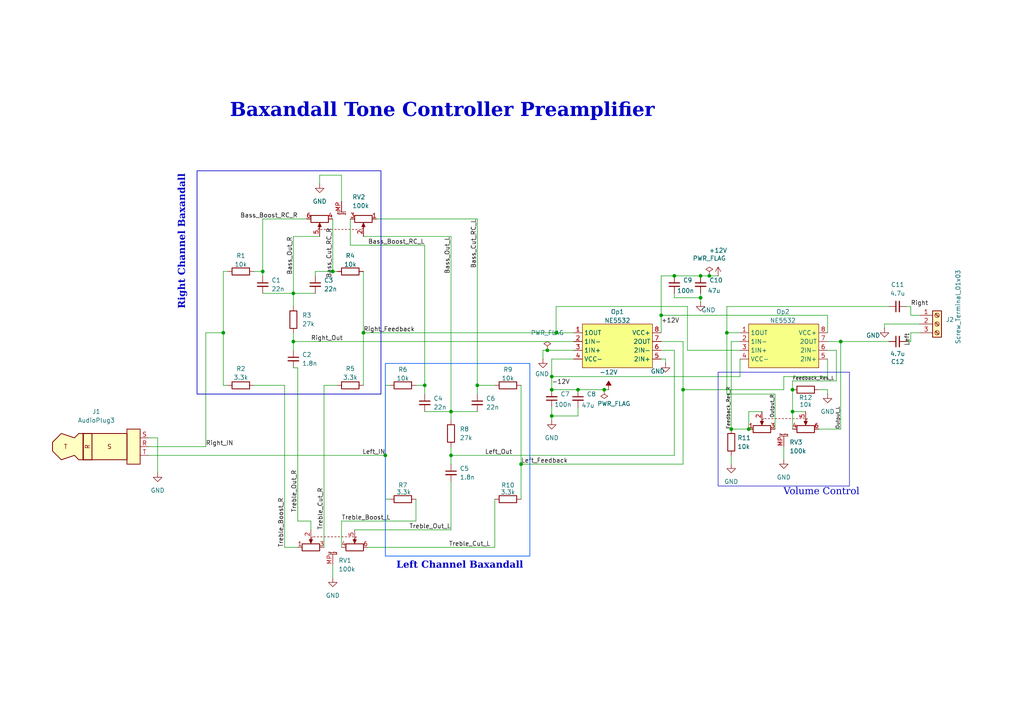
<source format=kicad_sch>
(kicad_sch
	(version 20250114)
	(generator "eeschema")
	(generator_version "9.0")
	(uuid "2ddeb88b-6947-4e7f-9154-bc0d404fc23c")
	(paper "A4")
	(lib_symbols
		(symbol "Connector:Screw_Terminal_01x03"
			(pin_names
				(offset 1.016)
				(hide yes)
			)
			(exclude_from_sim no)
			(in_bom yes)
			(on_board yes)
			(property "Reference" "J"
				(at 0 5.08 0)
				(effects
					(font
						(size 1.27 1.27)
					)
				)
			)
			(property "Value" "Screw_Terminal_01x03"
				(at 0 -5.08 0)
				(effects
					(font
						(size 1.27 1.27)
					)
				)
			)
			(property "Footprint" ""
				(at 0 0 0)
				(effects
					(font
						(size 1.27 1.27)
					)
					(hide yes)
				)
			)
			(property "Datasheet" "~"
				(at 0 0 0)
				(effects
					(font
						(size 1.27 1.27)
					)
					(hide yes)
				)
			)
			(property "Description" "Generic screw terminal, single row, 01x03, script generated (kicad-library-utils/schlib/autogen/connector/)"
				(at 0 0 0)
				(effects
					(font
						(size 1.27 1.27)
					)
					(hide yes)
				)
			)
			(property "ki_keywords" "screw terminal"
				(at 0 0 0)
				(effects
					(font
						(size 1.27 1.27)
					)
					(hide yes)
				)
			)
			(property "ki_fp_filters" "TerminalBlock*:*"
				(at 0 0 0)
				(effects
					(font
						(size 1.27 1.27)
					)
					(hide yes)
				)
			)
			(symbol "Screw_Terminal_01x03_1_1"
				(rectangle
					(start -1.27 3.81)
					(end 1.27 -3.81)
					(stroke
						(width 0.254)
						(type default)
					)
					(fill
						(type background)
					)
				)
				(polyline
					(pts
						(xy -0.5334 2.8702) (xy 0.3302 2.032)
					)
					(stroke
						(width 0.1524)
						(type default)
					)
					(fill
						(type none)
					)
				)
				(polyline
					(pts
						(xy -0.5334 0.3302) (xy 0.3302 -0.508)
					)
					(stroke
						(width 0.1524)
						(type default)
					)
					(fill
						(type none)
					)
				)
				(polyline
					(pts
						(xy -0.5334 -2.2098) (xy 0.3302 -3.048)
					)
					(stroke
						(width 0.1524)
						(type default)
					)
					(fill
						(type none)
					)
				)
				(polyline
					(pts
						(xy -0.3556 3.048) (xy 0.508 2.2098)
					)
					(stroke
						(width 0.1524)
						(type default)
					)
					(fill
						(type none)
					)
				)
				(polyline
					(pts
						(xy -0.3556 0.508) (xy 0.508 -0.3302)
					)
					(stroke
						(width 0.1524)
						(type default)
					)
					(fill
						(type none)
					)
				)
				(polyline
					(pts
						(xy -0.3556 -2.032) (xy 0.508 -2.8702)
					)
					(stroke
						(width 0.1524)
						(type default)
					)
					(fill
						(type none)
					)
				)
				(circle
					(center 0 2.54)
					(radius 0.635)
					(stroke
						(width 0.1524)
						(type default)
					)
					(fill
						(type none)
					)
				)
				(circle
					(center 0 0)
					(radius 0.635)
					(stroke
						(width 0.1524)
						(type default)
					)
					(fill
						(type none)
					)
				)
				(circle
					(center 0 -2.54)
					(radius 0.635)
					(stroke
						(width 0.1524)
						(type default)
					)
					(fill
						(type none)
					)
				)
				(pin passive line
					(at -5.08 2.54 0)
					(length 3.81)
					(name "Pin_1"
						(effects
							(font
								(size 1.27 1.27)
							)
						)
					)
					(number "1"
						(effects
							(font
								(size 1.27 1.27)
							)
						)
					)
				)
				(pin passive line
					(at -5.08 0 0)
					(length 3.81)
					(name "Pin_2"
						(effects
							(font
								(size 1.27 1.27)
							)
						)
					)
					(number "2"
						(effects
							(font
								(size 1.27 1.27)
							)
						)
					)
				)
				(pin passive line
					(at -5.08 -2.54 0)
					(length 3.81)
					(name "Pin_3"
						(effects
							(font
								(size 1.27 1.27)
							)
						)
					)
					(number "3"
						(effects
							(font
								(size 1.27 1.27)
							)
						)
					)
				)
			)
			(embedded_fonts no)
		)
		(symbol "Connector_Audio:AudioPlug3"
			(exclude_from_sim no)
			(in_bom yes)
			(on_board yes)
			(property "Reference" "J"
				(at 1.27 6.35 0)
				(effects
					(font
						(size 1.27 1.27)
					)
				)
			)
			(property "Value" "AudioPlug3"
				(at 1.27 -6.35 0)
				(effects
					(font
						(size 1.27 1.27)
					)
				)
			)
			(property "Footprint" ""
				(at 2.54 -1.27 0)
				(effects
					(font
						(size 1.27 1.27)
					)
					(hide yes)
				)
			)
			(property "Datasheet" "~"
				(at 2.54 -1.27 0)
				(effects
					(font
						(size 1.27 1.27)
					)
					(hide yes)
				)
			)
			(property "Description" "Audio Jack, 3 Poles (Stereo / TRS)"
				(at 0 0 0)
				(effects
					(font
						(size 1.27 1.27)
					)
					(hide yes)
				)
			)
			(property "ki_keywords" "audio jack plug stereo headphones TRRS connector 2.5mm 3.5mm 6.35mm"
				(at 0 0 0)
				(effects
					(font
						(size 1.27 1.27)
					)
					(hide yes)
				)
			)
			(property "ki_fp_filters" "Plug*"
				(at 0 0 0)
				(effects
					(font
						(size 1.27 1.27)
					)
					(hide yes)
				)
			)
			(symbol "AudioPlug3_0_0"
				(text "R"
					(at -2.54 0 900)
					(effects
						(font
							(size 1.27 1.27)
						)
					)
				)
			)
			(symbol "AudioPlug3_0_1"
				(rectangle
					(start -3.81 3.81)
					(end -1.27 -3.81)
					(stroke
						(width 0.254)
						(type default)
					)
					(fill
						(type none)
					)
				)
				(rectangle
					(start -1.27 -1.27)
					(end -1.27 -1.27)
					(stroke
						(width 0)
						(type default)
					)
					(fill
						(type none)
					)
				)
			)
			(symbol "AudioPlug3_1_0"
				(text "T"
					(at -8.89 0 0)
					(effects
						(font
							(size 1.27 1.27)
						)
					)
				)
				(text "S"
					(at 3.81 0 0)
					(effects
						(font
							(size 1.27 1.27)
						)
					)
				)
			)
			(symbol "AudioPlug3_1_1"
				(rectangle
					(start -3.81 3.81)
					(end 8.89 -3.81)
					(stroke
						(width 0.254)
						(type default)
					)
					(fill
						(type background)
					)
				)
				(polyline
					(pts
						(xy -3.81 3.81) (xy -5.08 3.81) (xy -6.35 2.54) (xy -10.16 3.81) (xy -12.7 1.27) (xy -12.7 -1.27)
						(xy -10.16 -3.81) (xy -6.35 -2.54) (xy -5.08 -3.81) (xy -3.81 -3.81) (xy -3.81 3.81)
					)
					(stroke
						(width 0.254)
						(type default)
					)
					(fill
						(type background)
					)
				)
				(rectangle
					(start 12.7 5.08)
					(end 8.89 -5.08)
					(stroke
						(width 0.254)
						(type default)
					)
					(fill
						(type background)
					)
				)
				(pin passive line
					(at 15.24 2.54 180)
					(length 2.54)
					(name "~"
						(effects
							(font
								(size 1.27 1.27)
							)
						)
					)
					(number "S"
						(effects
							(font
								(size 1.27 1.27)
							)
						)
					)
				)
				(pin passive line
					(at 15.24 0 180)
					(length 2.54)
					(name "~"
						(effects
							(font
								(size 1.27 1.27)
							)
						)
					)
					(number "R"
						(effects
							(font
								(size 1.27 1.27)
							)
						)
					)
				)
				(pin passive line
					(at 15.24 -2.54 180)
					(length 2.54)
					(name "~"
						(effects
							(font
								(size 1.27 1.27)
							)
						)
					)
					(number "T"
						(effects
							(font
								(size 1.27 1.27)
							)
						)
					)
				)
			)
			(embedded_fonts no)
		)
		(symbol "Device:C_Small"
			(pin_numbers
				(hide yes)
			)
			(pin_names
				(offset 0.254)
				(hide yes)
			)
			(exclude_from_sim no)
			(in_bom yes)
			(on_board yes)
			(property "Reference" "C"
				(at 0.254 1.778 0)
				(effects
					(font
						(size 1.27 1.27)
					)
					(justify left)
				)
			)
			(property "Value" "C_Small"
				(at 0.254 -2.032 0)
				(effects
					(font
						(size 1.27 1.27)
					)
					(justify left)
				)
			)
			(property "Footprint" ""
				(at 0 0 0)
				(effects
					(font
						(size 1.27 1.27)
					)
					(hide yes)
				)
			)
			(property "Datasheet" "~"
				(at 0 0 0)
				(effects
					(font
						(size 1.27 1.27)
					)
					(hide yes)
				)
			)
			(property "Description" "Unpolarized capacitor, small symbol"
				(at 0 0 0)
				(effects
					(font
						(size 1.27 1.27)
					)
					(hide yes)
				)
			)
			(property "ki_keywords" "capacitor cap"
				(at 0 0 0)
				(effects
					(font
						(size 1.27 1.27)
					)
					(hide yes)
				)
			)
			(property "ki_fp_filters" "C_*"
				(at 0 0 0)
				(effects
					(font
						(size 1.27 1.27)
					)
					(hide yes)
				)
			)
			(symbol "C_Small_0_1"
				(polyline
					(pts
						(xy -1.524 0.508) (xy 1.524 0.508)
					)
					(stroke
						(width 0.3048)
						(type default)
					)
					(fill
						(type none)
					)
				)
				(polyline
					(pts
						(xy -1.524 -0.508) (xy 1.524 -0.508)
					)
					(stroke
						(width 0.3302)
						(type default)
					)
					(fill
						(type none)
					)
				)
			)
			(symbol "C_Small_1_1"
				(pin passive line
					(at 0 2.54 270)
					(length 2.032)
					(name "~"
						(effects
							(font
								(size 1.27 1.27)
							)
						)
					)
					(number "1"
						(effects
							(font
								(size 1.27 1.27)
							)
						)
					)
				)
				(pin passive line
					(at 0 -2.54 90)
					(length 2.032)
					(name "~"
						(effects
							(font
								(size 1.27 1.27)
							)
						)
					)
					(number "2"
						(effects
							(font
								(size 1.27 1.27)
							)
						)
					)
				)
			)
			(embedded_fonts no)
		)
		(symbol "Device:R"
			(pin_numbers
				(hide yes)
			)
			(pin_names
				(offset 0)
			)
			(exclude_from_sim no)
			(in_bom yes)
			(on_board yes)
			(property "Reference" "R"
				(at 2.032 0 90)
				(effects
					(font
						(size 1.27 1.27)
					)
				)
			)
			(property "Value" "R"
				(at 0 0 90)
				(effects
					(font
						(size 1.27 1.27)
					)
				)
			)
			(property "Footprint" ""
				(at -1.778 0 90)
				(effects
					(font
						(size 1.27 1.27)
					)
					(hide yes)
				)
			)
			(property "Datasheet" "~"
				(at 0 0 0)
				(effects
					(font
						(size 1.27 1.27)
					)
					(hide yes)
				)
			)
			(property "Description" "Resistor"
				(at 0 0 0)
				(effects
					(font
						(size 1.27 1.27)
					)
					(hide yes)
				)
			)
			(property "ki_keywords" "R res resistor"
				(at 0 0 0)
				(effects
					(font
						(size 1.27 1.27)
					)
					(hide yes)
				)
			)
			(property "ki_fp_filters" "R_*"
				(at 0 0 0)
				(effects
					(font
						(size 1.27 1.27)
					)
					(hide yes)
				)
			)
			(symbol "R_0_1"
				(rectangle
					(start -1.016 -2.54)
					(end 1.016 2.54)
					(stroke
						(width 0.254)
						(type default)
					)
					(fill
						(type none)
					)
				)
			)
			(symbol "R_1_1"
				(pin passive line
					(at 0 3.81 270)
					(length 1.27)
					(name "~"
						(effects
							(font
								(size 1.27 1.27)
							)
						)
					)
					(number "1"
						(effects
							(font
								(size 1.27 1.27)
							)
						)
					)
				)
				(pin passive line
					(at 0 -3.81 90)
					(length 1.27)
					(name "~"
						(effects
							(font
								(size 1.27 1.27)
							)
						)
					)
					(number "2"
						(effects
							(font
								(size 1.27 1.27)
							)
						)
					)
				)
			)
			(embedded_fonts no)
		)
		(symbol "Device:R_Potentiometer_Dual_MountingPin"
			(pin_names
				(offset 1.016)
				(hide yes)
			)
			(exclude_from_sim no)
			(in_bom yes)
			(on_board yes)
			(property "Reference" "RV"
				(at 0 3.81 0)
				(effects
					(font
						(size 1.27 1.27)
					)
				)
			)
			(property "Value" "R_Potentiometer_Dual_MountingPin"
				(at 0 1.905 0)
				(effects
					(font
						(size 1.27 1.27)
					)
				)
			)
			(property "Footprint" ""
				(at 6.35 -1.905 0)
				(effects
					(font
						(size 1.27 1.27)
					)
					(hide yes)
				)
			)
			(property "Datasheet" "~"
				(at 6.35 -1.905 0)
				(effects
					(font
						(size 1.27 1.27)
					)
					(hide yes)
				)
			)
			(property "Description" "Dual potentiometer with a mounting pin"
				(at 0 0 0)
				(effects
					(font
						(size 1.27 1.27)
					)
					(hide yes)
				)
			)
			(property "ki_keywords" "resistor variable"
				(at 0 0 0)
				(effects
					(font
						(size 1.27 1.27)
					)
					(hide yes)
				)
			)
			(property "ki_fp_filters" "Potentiometer*"
				(at 0 0 0)
				(effects
					(font
						(size 1.27 1.27)
					)
					(hide yes)
				)
			)
			(symbol "R_Potentiometer_Dual_MountingPin_0_1"
				(rectangle
					(start -8.89 -1.524)
					(end -3.81 -3.556)
					(stroke
						(width 0.254)
						(type default)
					)
					(fill
						(type none)
					)
				)
				(polyline
					(pts
						(xy -6.35 0) (xy -6.35 -1.016)
					)
					(stroke
						(width 0)
						(type default)
					)
					(fill
						(type none)
					)
				)
				(polyline
					(pts
						(xy -6.35 0) (xy -6.35 -1.016)
					)
					(stroke
						(width 0)
						(type default)
					)
					(fill
						(type none)
					)
				)
				(polyline
					(pts
						(xy -6.35 0) (xy -5.842 0.508)
					)
					(stroke
						(width 0)
						(type default)
					)
					(fill
						(type none)
					)
				)
				(polyline
					(pts
						(xy -6.35 -1.397) (xy -6.858 -0.254) (xy -5.842 -0.254) (xy -6.35 -1.397)
					)
					(stroke
						(width 0)
						(type default)
					)
					(fill
						(type outline)
					)
				)
				(polyline
					(pts
						(xy -5.588 0.508) (xy -5.08 0.508)
					)
					(stroke
						(width 0)
						(type default)
					)
					(fill
						(type none)
					)
				)
				(polyline
					(pts
						(xy -4.572 0.508) (xy -4.064 0.508)
					)
					(stroke
						(width 0)
						(type default)
					)
					(fill
						(type none)
					)
				)
				(polyline
					(pts
						(xy -3.556 0.508) (xy -3.048 0.508)
					)
					(stroke
						(width 0)
						(type default)
					)
					(fill
						(type none)
					)
				)
				(polyline
					(pts
						(xy -2.54 0.508) (xy -2.032 0.508)
					)
					(stroke
						(width 0)
						(type default)
					)
					(fill
						(type none)
					)
				)
				(polyline
					(pts
						(xy -1.524 0.508) (xy -1.016 0.508)
					)
					(stroke
						(width 0)
						(type default)
					)
					(fill
						(type none)
					)
				)
				(polyline
					(pts
						(xy -0.508 0.508) (xy 0 0.508)
					)
					(stroke
						(width 0)
						(type default)
					)
					(fill
						(type none)
					)
				)
				(polyline
					(pts
						(xy 0.508 0.508) (xy 1.016 0.508)
					)
					(stroke
						(width 0)
						(type default)
					)
					(fill
						(type none)
					)
				)
				(polyline
					(pts
						(xy 1.524 0.508) (xy 2.032 0.508)
					)
					(stroke
						(width 0)
						(type default)
					)
					(fill
						(type none)
					)
				)
				(polyline
					(pts
						(xy 2.54 0.508) (xy 3.048 0.508)
					)
					(stroke
						(width 0)
						(type default)
					)
					(fill
						(type none)
					)
				)
				(polyline
					(pts
						(xy 3.556 0.508) (xy 4.064 0.508)
					)
					(stroke
						(width 0)
						(type default)
					)
					(fill
						(type none)
					)
				)
				(rectangle
					(start 3.81 -1.524)
					(end 8.89 -3.556)
					(stroke
						(width 0.254)
						(type default)
					)
					(fill
						(type none)
					)
				)
				(polyline
					(pts
						(xy 4.572 0.508) (xy 5.08 0.508)
					)
					(stroke
						(width 0)
						(type default)
					)
					(fill
						(type none)
					)
				)
				(polyline
					(pts
						(xy 5.588 0.508) (xy 6.096 0.508)
					)
					(stroke
						(width 0)
						(type default)
					)
					(fill
						(type none)
					)
				)
				(polyline
					(pts
						(xy 6.35 0) (xy 6.35 -1.016)
					)
					(stroke
						(width 0)
						(type default)
					)
					(fill
						(type none)
					)
				)
				(polyline
					(pts
						(xy 6.35 0) (xy 6.35 -1.016)
					)
					(stroke
						(width 0)
						(type default)
					)
					(fill
						(type none)
					)
				)
				(polyline
					(pts
						(xy 6.35 -1.397) (xy 5.842 -0.254) (xy 6.858 -0.254) (xy 6.35 -1.397)
					)
					(stroke
						(width 0)
						(type default)
					)
					(fill
						(type outline)
					)
				)
				(polyline
					(pts
						(xy 6.604 0.508) (xy 6.858 0.508) (xy 6.35 0)
					)
					(stroke
						(width 0)
						(type default)
					)
					(fill
						(type none)
					)
				)
			)
			(symbol "R_Potentiometer_Dual_MountingPin_1_1"
				(polyline
					(pts
						(xy -1.27 -4.578) (xy 1.27 -4.578)
					)
					(stroke
						(width 0)
						(type default)
					)
					(fill
						(type none)
					)
				)
				(text "Mounting"
					(at 0 -4.066 0)
					(effects
						(font
							(size 0.381 0.381)
						)
					)
				)
				(pin passive line
					(at -10.16 -2.54 0)
					(length 1.27)
					(name "1"
						(effects
							(font
								(size 1.27 1.27)
							)
						)
					)
					(number "1"
						(effects
							(font
								(size 1.27 1.27)
							)
						)
					)
				)
				(pin passive line
					(at -6.35 2.54 270)
					(length 2.54)
					(name "2"
						(effects
							(font
								(size 1.27 1.27)
							)
						)
					)
					(number "2"
						(effects
							(font
								(size 1.27 1.27)
							)
						)
					)
				)
				(pin passive line
					(at -2.54 -2.54 180)
					(length 1.27)
					(name "3"
						(effects
							(font
								(size 1.27 1.27)
							)
						)
					)
					(number "3"
						(effects
							(font
								(size 1.27 1.27)
							)
						)
					)
				)
				(pin passive line
					(at 0 -7.62 90)
					(length 3.048)
					(name "MountPin"
						(effects
							(font
								(size 1.27 1.27)
							)
						)
					)
					(number "MP"
						(effects
							(font
								(size 1.27 1.27)
							)
						)
					)
				)
				(pin passive line
					(at 2.54 -2.54 0)
					(length 1.27)
					(name "4"
						(effects
							(font
								(size 1.27 1.27)
							)
						)
					)
					(number "4"
						(effects
							(font
								(size 1.27 1.27)
							)
						)
					)
				)
				(pin passive line
					(at 6.35 2.54 270)
					(length 2.54)
					(name "5"
						(effects
							(font
								(size 1.27 1.27)
							)
						)
					)
					(number "5"
						(effects
							(font
								(size 1.27 1.27)
							)
						)
					)
				)
				(pin passive line
					(at 10.16 -2.54 180)
					(length 1.27)
					(name "6"
						(effects
							(font
								(size 1.27 1.27)
							)
						)
					)
					(number "6"
						(effects
							(font
								(size 1.27 1.27)
							)
						)
					)
				)
			)
			(embedded_fonts no)
		)
		(symbol "Op-amp_custom:NE5532PE4"
			(exclude_from_sim no)
			(in_bom yes)
			(on_board yes)
			(property "Reference" "Op"
				(at 0 0 0)
				(effects
					(font
						(size 1.27 1.27)
					)
				)
			)
			(property "Value" ""
				(at 0 0 0)
				(effects
					(font
						(size 1.27 1.27)
					)
				)
			)
			(property "Footprint" ""
				(at 0 0 0)
				(effects
					(font
						(size 1.27 1.27)
					)
					(hide yes)
				)
			)
			(property "Datasheet" ""
				(at 0 0 0)
				(effects
					(font
						(size 1.27 1.27)
					)
					(hide yes)
				)
			)
			(property "Description" ""
				(at 0 0 0)
				(effects
					(font
						(size 1.27 1.27)
					)
					(hide yes)
				)
			)
			(symbol "NE5532PE4_1_1"
				(polyline
					(pts
						(xy -5.08 -2.54) (xy -5.08 -15.24) (xy 15.24 -15.24) (xy 15.24 -2.54) (xy -5.08 -2.54)
					)
					(stroke
						(width 0)
						(type solid)
					)
					(fill
						(type color)
						(color 248 255 135 1)
					)
				)
				(pin passive line
					(at -7.62 -5.08 0)
					(length 2.54)
					(name "1OUT"
						(effects
							(font
								(size 1.27 1.27)
							)
						)
					)
					(number "1"
						(effects
							(font
								(size 1.27 1.27)
							)
						)
					)
				)
				(pin passive line
					(at -7.62 -7.62 0)
					(length 2.54)
					(name "1IN-"
						(effects
							(font
								(size 1.27 1.27)
							)
						)
					)
					(number "2"
						(effects
							(font
								(size 1.27 1.27)
							)
						)
					)
				)
				(pin passive line
					(at -7.62 -10.16 0)
					(length 2.54)
					(name "1IN+"
						(effects
							(font
								(size 1.27 1.27)
							)
						)
					)
					(number "3"
						(effects
							(font
								(size 1.27 1.27)
							)
						)
					)
				)
				(pin passive line
					(at -7.62 -12.7 0)
					(length 2.54)
					(name "VCC-"
						(effects
							(font
								(size 1.27 1.27)
							)
						)
					)
					(number "4"
						(effects
							(font
								(size 1.27 1.27)
							)
						)
					)
				)
				(pin passive line
					(at 17.78 -5.08 180)
					(length 2.54)
					(name "VCC+"
						(effects
							(font
								(size 1.27 1.27)
							)
						)
					)
					(number "8"
						(effects
							(font
								(size 1.27 1.27)
							)
						)
					)
				)
				(pin passive line
					(at 17.78 -7.62 180)
					(length 2.54)
					(name "2OUT"
						(effects
							(font
								(size 1.27 1.27)
							)
						)
					)
					(number "7"
						(effects
							(font
								(size 1.27 1.27)
							)
						)
					)
				)
				(pin passive line
					(at 17.78 -10.16 180)
					(length 2.54)
					(name "2IN-"
						(effects
							(font
								(size 1.27 1.27)
							)
						)
					)
					(number "6"
						(effects
							(font
								(size 1.27 1.27)
							)
						)
					)
				)
				(pin passive line
					(at 17.78 -12.7 180)
					(length 2.54)
					(name "2IN+"
						(effects
							(font
								(size 1.27 1.27)
							)
						)
					)
					(number "5"
						(effects
							(font
								(size 1.27 1.27)
							)
						)
					)
				)
			)
			(embedded_fonts no)
		)
		(symbol "power:+12V"
			(power)
			(pin_numbers
				(hide yes)
			)
			(pin_names
				(offset 0)
				(hide yes)
			)
			(exclude_from_sim no)
			(in_bom yes)
			(on_board yes)
			(property "Reference" "#PWR"
				(at 0 -3.81 0)
				(effects
					(font
						(size 1.27 1.27)
					)
					(hide yes)
				)
			)
			(property "Value" "+12V"
				(at 0 3.556 0)
				(effects
					(font
						(size 1.27 1.27)
					)
				)
			)
			(property "Footprint" ""
				(at 0 0 0)
				(effects
					(font
						(size 1.27 1.27)
					)
					(hide yes)
				)
			)
			(property "Datasheet" ""
				(at 0 0 0)
				(effects
					(font
						(size 1.27 1.27)
					)
					(hide yes)
				)
			)
			(property "Description" "Power symbol creates a global label with name \"+12V\""
				(at 0 0 0)
				(effects
					(font
						(size 1.27 1.27)
					)
					(hide yes)
				)
			)
			(property "ki_keywords" "global power"
				(at 0 0 0)
				(effects
					(font
						(size 1.27 1.27)
					)
					(hide yes)
				)
			)
			(symbol "+12V_0_1"
				(polyline
					(pts
						(xy -0.762 1.27) (xy 0 2.54)
					)
					(stroke
						(width 0)
						(type default)
					)
					(fill
						(type none)
					)
				)
				(polyline
					(pts
						(xy 0 2.54) (xy 0.762 1.27)
					)
					(stroke
						(width 0)
						(type default)
					)
					(fill
						(type none)
					)
				)
				(polyline
					(pts
						(xy 0 0) (xy 0 2.54)
					)
					(stroke
						(width 0)
						(type default)
					)
					(fill
						(type none)
					)
				)
			)
			(symbol "+12V_1_1"
				(pin power_in line
					(at 0 0 90)
					(length 0)
					(name "~"
						(effects
							(font
								(size 1.27 1.27)
							)
						)
					)
					(number "1"
						(effects
							(font
								(size 1.27 1.27)
							)
						)
					)
				)
			)
			(embedded_fonts no)
		)
		(symbol "power:-12V"
			(power)
			(pin_numbers
				(hide yes)
			)
			(pin_names
				(offset 0)
				(hide yes)
			)
			(exclude_from_sim no)
			(in_bom yes)
			(on_board yes)
			(property "Reference" "#PWR"
				(at 0 -3.81 0)
				(effects
					(font
						(size 1.27 1.27)
					)
					(hide yes)
				)
			)
			(property "Value" "-12V"
				(at 0 3.556 0)
				(effects
					(font
						(size 1.27 1.27)
					)
				)
			)
			(property "Footprint" ""
				(at 0 0 0)
				(effects
					(font
						(size 1.27 1.27)
					)
					(hide yes)
				)
			)
			(property "Datasheet" ""
				(at 0 0 0)
				(effects
					(font
						(size 1.27 1.27)
					)
					(hide yes)
				)
			)
			(property "Description" "Power symbol creates a global label with name \"-12V\""
				(at 0 0 0)
				(effects
					(font
						(size 1.27 1.27)
					)
					(hide yes)
				)
			)
			(property "ki_keywords" "global power"
				(at 0 0 0)
				(effects
					(font
						(size 1.27 1.27)
					)
					(hide yes)
				)
			)
			(symbol "-12V_0_0"
				(pin power_in line
					(at 0 0 90)
					(length 0)
					(name "~"
						(effects
							(font
								(size 1.27 1.27)
							)
						)
					)
					(number "1"
						(effects
							(font
								(size 1.27 1.27)
							)
						)
					)
				)
			)
			(symbol "-12V_0_1"
				(polyline
					(pts
						(xy 0 0) (xy 0 1.27) (xy 0.762 1.27) (xy 0 2.54) (xy -0.762 1.27) (xy 0 1.27)
					)
					(stroke
						(width 0)
						(type default)
					)
					(fill
						(type outline)
					)
				)
			)
			(embedded_fonts no)
		)
		(symbol "power:GND"
			(power)
			(pin_numbers
				(hide yes)
			)
			(pin_names
				(offset 0)
				(hide yes)
			)
			(exclude_from_sim no)
			(in_bom yes)
			(on_board yes)
			(property "Reference" "#PWR"
				(at 0 -6.35 0)
				(effects
					(font
						(size 1.27 1.27)
					)
					(hide yes)
				)
			)
			(property "Value" "GND"
				(at 0 -3.81 0)
				(effects
					(font
						(size 1.27 1.27)
					)
				)
			)
			(property "Footprint" ""
				(at 0 0 0)
				(effects
					(font
						(size 1.27 1.27)
					)
					(hide yes)
				)
			)
			(property "Datasheet" ""
				(at 0 0 0)
				(effects
					(font
						(size 1.27 1.27)
					)
					(hide yes)
				)
			)
			(property "Description" "Power symbol creates a global label with name \"GND\" , ground"
				(at 0 0 0)
				(effects
					(font
						(size 1.27 1.27)
					)
					(hide yes)
				)
			)
			(property "ki_keywords" "global power"
				(at 0 0 0)
				(effects
					(font
						(size 1.27 1.27)
					)
					(hide yes)
				)
			)
			(symbol "GND_0_1"
				(polyline
					(pts
						(xy 0 0) (xy 0 -1.27) (xy 1.27 -1.27) (xy 0 -2.54) (xy -1.27 -1.27) (xy 0 -1.27)
					)
					(stroke
						(width 0)
						(type default)
					)
					(fill
						(type none)
					)
				)
			)
			(symbol "GND_1_1"
				(pin power_in line
					(at 0 0 270)
					(length 0)
					(name "~"
						(effects
							(font
								(size 1.27 1.27)
							)
						)
					)
					(number "1"
						(effects
							(font
								(size 1.27 1.27)
							)
						)
					)
				)
			)
			(embedded_fonts no)
		)
		(symbol "power:PWR_FLAG"
			(power)
			(pin_numbers
				(hide yes)
			)
			(pin_names
				(offset 0)
				(hide yes)
			)
			(exclude_from_sim no)
			(in_bom yes)
			(on_board yes)
			(property "Reference" "#FLG"
				(at 0 1.905 0)
				(effects
					(font
						(size 1.27 1.27)
					)
					(hide yes)
				)
			)
			(property "Value" "PWR_FLAG"
				(at 0 3.81 0)
				(effects
					(font
						(size 1.27 1.27)
					)
				)
			)
			(property "Footprint" ""
				(at 0 0 0)
				(effects
					(font
						(size 1.27 1.27)
					)
					(hide yes)
				)
			)
			(property "Datasheet" "~"
				(at 0 0 0)
				(effects
					(font
						(size 1.27 1.27)
					)
					(hide yes)
				)
			)
			(property "Description" "Special symbol for telling ERC where power comes from"
				(at 0 0 0)
				(effects
					(font
						(size 1.27 1.27)
					)
					(hide yes)
				)
			)
			(property "ki_keywords" "flag power"
				(at 0 0 0)
				(effects
					(font
						(size 1.27 1.27)
					)
					(hide yes)
				)
			)
			(symbol "PWR_FLAG_0_0"
				(pin power_out line
					(at 0 0 90)
					(length 0)
					(name "~"
						(effects
							(font
								(size 1.27 1.27)
							)
						)
					)
					(number "1"
						(effects
							(font
								(size 1.27 1.27)
							)
						)
					)
				)
			)
			(symbol "PWR_FLAG_0_1"
				(polyline
					(pts
						(xy 0 0) (xy 0 1.27) (xy -1.016 1.905) (xy 0 2.54) (xy 1.016 1.905) (xy 0 1.27)
					)
					(stroke
						(width 0)
						(type default)
					)
					(fill
						(type none)
					)
				)
			)
			(embedded_fonts no)
		)
	)
	(rectangle
		(start 208.28 107.95)
		(end 246.38 140.97)
		(stroke
			(width 0)
			(type default)
		)
		(fill
			(type none)
		)
		(uuid 524d8f03-019a-4743-abb7-4371f8cda672)
	)
	(rectangle
		(start 111.76 105.41)
		(end 153.67 161.29)
		(stroke
			(width 0.2)
			(type solid)
			(color 0 93 255 1)
		)
		(fill
			(type none)
		)
		(uuid af4df818-1651-419a-861c-b72250319beb)
	)
	(rectangle
		(start 57.15 49.53)
		(end 110.49 114.3)
		(stroke
			(width 0.2)
			(type solid)
		)
		(fill
			(type none)
		)
		(uuid d0891615-bc04-4071-b237-3b95879fb634)
	)
	(text "Left Channel Baxandall\n"
		(exclude_from_sim no)
		(at 133.35 164.592 0)
		(effects
			(font
				(face "Constantia")
				(size 2 2)
				(thickness 0.4)
				(bold yes)
			)
		)
		(uuid "0241c1fa-658c-4760-9758-8d79b771899d")
	)
	(text "Right Channel Baxandall\n"
		(exclude_from_sim no)
		(at 53.34 70.104 90)
		(effects
			(font
				(face "Constantia")
				(size 2 2)
				(thickness 0.4)
				(bold yes)
			)
		)
		(uuid "1c4a928e-3ccb-41f4-ad9b-a09c292c34a8")
	)
	(text "Baxandall Tone Controller Preamplifier"
		(exclude_from_sim no)
		(at 128.27 33.274 0)
		(effects
			(font
				(face "Constantia")
				(size 4 4)
				(bold yes)
			)
		)
		(uuid "e1414d13-7394-4d0d-b7c1-25d0a83c3173")
	)
	(text "Volume Control"
		(exclude_from_sim no)
		(at 238.252 143.256 0)
		(effects
			(font
				(face "Constantia")
				(size 2 2)
			)
		)
		(uuid "f31d68b4-34d9-40a3-8643-f97086735ab8")
	)
	(junction
		(at 160.02 120.65)
		(diameter 0)
		(color 0 0 0 0)
		(uuid "03dab7a5-512b-4408-9572-913a405022dd")
	)
	(junction
		(at 160.02 113.03)
		(diameter 0)
		(color 0 0 0 0)
		(uuid "0888b470-3adf-4993-a59e-83dc7a6748da")
	)
	(junction
		(at 130.81 132.08)
		(diameter 0)
		(color 0 0 0 0)
		(uuid "21f7cf6b-ae96-413c-8d56-ae56596ec2ce")
	)
	(junction
		(at 210.82 96.52)
		(diameter 0)
		(color 0 0 0 0)
		(uuid "2b26acdf-18e2-42c5-8492-f7bd3ba7c368")
	)
	(junction
		(at 85.09 99.06)
		(diameter 0)
		(color 0 0 0 0)
		(uuid "3a404d4f-4d79-4e14-a94f-69fd405bbfc7")
	)
	(junction
		(at 160.02 109.22)
		(diameter 0)
		(color 0 0 0 0)
		(uuid "3dc7bcdb-b3f2-4154-b28c-9a7f1868a8b6")
	)
	(junction
		(at 198.12 113.03)
		(diameter 0)
		(color 0 0 0 0)
		(uuid "3ed7714c-0d53-4067-88ba-1a5fb07a2483")
	)
	(junction
		(at 175.26 113.03)
		(diameter 0)
		(color 0 0 0 0)
		(uuid "46e16d30-0fa1-4ea8-900e-312e84740521")
	)
	(junction
		(at 243.84 99.06)
		(diameter 0)
		(color 0 0 0 0)
		(uuid "4ac020d6-7196-4430-89b6-cfc54a40567b")
	)
	(junction
		(at 105.41 96.52)
		(diameter 0)
		(color 0 0 0 0)
		(uuid "4de8744b-544c-4c38-8f71-7d9a0cc365be")
	)
	(junction
		(at 205.74 80.01)
		(diameter 0)
		(color 0 0 0 0)
		(uuid "4ff16539-8e8e-402a-937a-68c9315f768f")
	)
	(junction
		(at 64.77 96.52)
		(diameter 0)
		(color 0 0 0 0)
		(uuid "5ca39f06-f572-4f0e-b392-ebb2e95d744b")
	)
	(junction
		(at 229.87 113.03)
		(diameter 0)
		(color 0 0 0 0)
		(uuid "645f093b-9232-44ed-8682-0157065278a5")
	)
	(junction
		(at 195.58 80.01)
		(diameter 0)
		(color 0 0 0 0)
		(uuid "690814f9-ee55-47e1-9a63-b4b50e394278")
	)
	(junction
		(at 191.77 91.44)
		(diameter 0)
		(color 0 0 0 0)
		(uuid "6fd1fdcc-0c87-42d0-8885-a2663e0c0a77")
	)
	(junction
		(at 96.52 78.74)
		(diameter 0)
		(color 0 0 0 0)
		(uuid "848547ae-96f1-44c1-a778-9ab492b0d813")
	)
	(junction
		(at 158.75 101.6)
		(diameter 0)
		(color 0 0 0 0)
		(uuid "8f38e938-a6e4-4641-b053-b17c0a54e2b0")
	)
	(junction
		(at 123.19 111.76)
		(diameter 0)
		(color 0 0 0 0)
		(uuid "9edd5861-8829-48ca-9cee-4dcc2e7ae5ce")
	)
	(junction
		(at 229.87 119.38)
		(diameter 0)
		(color 0 0 0 0)
		(uuid "b17009b5-eb31-4a3f-b807-7841ec578358")
	)
	(junction
		(at 76.2 78.74)
		(diameter 0)
		(color 0 0 0 0)
		(uuid "b4abf8fe-3fa2-4326-9fd8-07017892db07")
	)
	(junction
		(at 85.09 85.09)
		(diameter 0)
		(color 0 0 0 0)
		(uuid "bbe323ef-0b00-48f4-be95-a2673ade0de6")
	)
	(junction
		(at 130.81 119.38)
		(diameter 0)
		(color 0 0 0 0)
		(uuid "c9e8999f-e24e-40ac-99fd-f7f1ddbfc0b9")
	)
	(junction
		(at 138.43 111.76)
		(diameter 0)
		(color 0 0 0 0)
		(uuid "cb2e6751-d927-4d2a-bc6d-3f6f214ecd10")
	)
	(junction
		(at 212.09 124.46)
		(diameter 0)
		(color 0 0 0 0)
		(uuid "d0d55b05-603e-43ad-afe9-03289e77cac3")
	)
	(junction
		(at 111.76 132.08)
		(diameter 0)
		(color 0 0 0 0)
		(uuid "d8cbf7b5-a023-46b7-9f74-ce47663b1e1c")
	)
	(junction
		(at 217.17 124.46)
		(diameter 0)
		(color 0 0 0 0)
		(uuid "e16bc04e-0928-4b3a-96c2-c780c9528a08")
	)
	(junction
		(at 203.2 80.01)
		(diameter 0)
		(color 0 0 0 0)
		(uuid "e26cb1a2-abb9-44b9-8f5a-397fc0952e9d")
	)
	(junction
		(at 151.13 134.62)
		(diameter 0)
		(color 0 0 0 0)
		(uuid "e5b3f155-2abb-4bc7-94a1-2e98472ac1f4")
	)
	(junction
		(at 167.64 113.03)
		(diameter 0)
		(color 0 0 0 0)
		(uuid "f41ca007-53fd-4f56-95da-773ba84f53d5")
	)
	(junction
		(at 203.2 86.36)
		(diameter 0)
		(color 0 0 0 0)
		(uuid "f42c10c6-50d2-4c4b-ac96-40671392b284")
	)
	(junction
		(at 161.29 96.52)
		(diameter 0)
		(color 0 0 0 0)
		(uuid "f92fa57e-fddd-4a52-8984-bb2563890037")
	)
	(wire
		(pts
			(xy 191.77 80.01) (xy 195.58 80.01)
		)
		(stroke
			(width 0)
			(type default)
		)
		(uuid "0008423a-7071-4bb0-b2bd-ef2135bf0b2b")
	)
	(wire
		(pts
			(xy 210.82 88.9) (xy 257.81 88.9)
		)
		(stroke
			(width 0)
			(type default)
		)
		(uuid "00454828-6bb1-48f9-857a-94979e7cac9b")
	)
	(wire
		(pts
			(xy 130.81 129.54) (xy 130.81 132.08)
		)
		(stroke
			(width 0)
			(type default)
		)
		(uuid "01d372f8-1f50-440c-990f-a624ce49dd5b")
	)
	(wire
		(pts
			(xy 160.02 109.22) (xy 160.02 113.03)
		)
		(stroke
			(width 0)
			(type default)
		)
		(uuid "041a5de5-309b-467d-94e7-920a6f328d5b")
	)
	(wire
		(pts
			(xy 64.77 96.52) (xy 64.77 111.76)
		)
		(stroke
			(width 0)
			(type default)
		)
		(uuid "0a69154a-fe3f-41fd-ae21-5363be0c5b8a")
	)
	(wire
		(pts
			(xy 92.71 50.8) (xy 92.71 53.34)
		)
		(stroke
			(width 0)
			(type default)
		)
		(uuid "0cf87879-f4db-4a78-a061-174c10c46303")
	)
	(wire
		(pts
			(xy 130.81 132.08) (xy 195.58 132.08)
		)
		(stroke
			(width 0)
			(type default)
		)
		(uuid "0d1aac68-71e9-451e-8025-57478d800411")
	)
	(wire
		(pts
			(xy 160.02 113.03) (xy 167.64 113.03)
		)
		(stroke
			(width 0)
			(type default)
		)
		(uuid "0f07f317-8dce-4936-a42f-834f21e128ba")
	)
	(wire
		(pts
			(xy 105.41 96.52) (xy 105.41 111.76)
		)
		(stroke
			(width 0)
			(type default)
		)
		(uuid "1125805c-2fef-4f71-ae3c-e770d1473340")
	)
	(wire
		(pts
			(xy 91.44 80.01) (xy 91.44 78.74)
		)
		(stroke
			(width 0)
			(type default)
		)
		(uuid "11878b79-4e96-47cb-8040-d7aff9a06e20")
	)
	(wire
		(pts
			(xy 191.77 91.44) (xy 191.77 96.52)
		)
		(stroke
			(width 0)
			(type default)
		)
		(uuid "1595c5eb-99be-4e40-9141-7dcf07570152")
	)
	(wire
		(pts
			(xy 99.06 58.42) (xy 99.06 50.8)
		)
		(stroke
			(width 0)
			(type default)
		)
		(uuid "17c2759a-5022-404d-bc79-b2f10e5cc44a")
	)
	(wire
		(pts
			(xy 212.09 99.06) (xy 212.09 124.46)
		)
		(stroke
			(width 0)
			(type default)
		)
		(uuid "198b6655-1eb5-49e4-b7d0-a3de3e5c7393")
	)
	(wire
		(pts
			(xy 151.13 134.62) (xy 151.13 144.78)
		)
		(stroke
			(width 0)
			(type default)
		)
		(uuid "1b467672-62ae-4170-ab38-d5707a3c4139")
	)
	(wire
		(pts
			(xy 130.81 68.58) (xy 130.81 119.38)
		)
		(stroke
			(width 0)
			(type default)
		)
		(uuid "1c4d1d3b-5928-4a01-afc4-9a387bfbb6b2")
	)
	(wire
		(pts
			(xy 161.29 96.52) (xy 161.29 88.9)
		)
		(stroke
			(width 0)
			(type default)
		)
		(uuid "1c9c46c8-3c18-4357-9aa0-43cfedbcce87")
	)
	(wire
		(pts
			(xy 43.18 127) (xy 45.72 127)
		)
		(stroke
			(width 0)
			(type default)
		)
		(uuid "1d66d8f5-2ea1-40e4-bc42-ba5137bbe098")
	)
	(wire
		(pts
			(xy 240.03 113.03) (xy 240.03 114.3)
		)
		(stroke
			(width 0)
			(type default)
		)
		(uuid "1e4a5c4c-7951-4f58-8cd8-19c2c2d9f012")
	)
	(wire
		(pts
			(xy 85.09 85.09) (xy 91.44 85.09)
		)
		(stroke
			(width 0)
			(type default)
		)
		(uuid "209258d0-d970-49ff-9780-76e3becfb30a")
	)
	(wire
		(pts
			(xy 85.09 99.06) (xy 166.37 99.06)
		)
		(stroke
			(width 0)
			(type default)
		)
		(uuid "22a11e99-0953-4b01-8840-6db08578f6ff")
	)
	(wire
		(pts
			(xy 59.69 96.52) (xy 64.77 96.52)
		)
		(stroke
			(width 0)
			(type default)
		)
		(uuid "23330ca9-a21e-409a-8e40-248530305d4e")
	)
	(wire
		(pts
			(xy 214.63 109.22) (xy 214.63 104.14)
		)
		(stroke
			(width 0)
			(type default)
		)
		(uuid "23476db9-29ee-4f69-83ef-2949ed1464cf")
	)
	(wire
		(pts
			(xy 99.06 50.8) (xy 92.71 50.8)
		)
		(stroke
			(width 0)
			(type default)
		)
		(uuid "25e521a3-0d3f-4b8e-8389-391ed2be1b3b")
	)
	(wire
		(pts
			(xy 198.12 113.03) (xy 198.12 134.62)
		)
		(stroke
			(width 0)
			(type default)
		)
		(uuid "28b54831-4a9e-49bd-aa2c-7e6032c8939a")
	)
	(wire
		(pts
			(xy 123.19 119.38) (xy 130.81 119.38)
		)
		(stroke
			(width 0)
			(type default)
		)
		(uuid "28d0181a-60ff-49bd-b8b8-d2648e656703")
	)
	(wire
		(pts
			(xy 160.02 109.22) (xy 214.63 109.22)
		)
		(stroke
			(width 0)
			(type default)
		)
		(uuid "2933516f-69d8-4113-8219-ac5be07c3f65")
	)
	(wire
		(pts
			(xy 158.75 101.6) (xy 157.48 101.6)
		)
		(stroke
			(width 0)
			(type default)
		)
		(uuid "299e524b-9d97-4378-8ee3-9a5522f2e7c1")
	)
	(wire
		(pts
			(xy 120.65 151.13) (xy 99.06 151.13)
		)
		(stroke
			(width 0)
			(type default)
		)
		(uuid "2d3bbe51-916f-4b2e-b5f1-a7acbed21d9b")
	)
	(wire
		(pts
			(xy 64.77 111.76) (xy 66.04 111.76)
		)
		(stroke
			(width 0)
			(type default)
		)
		(uuid "307dd82f-c1e4-44b5-a11f-b11fbaa99c47")
	)
	(wire
		(pts
			(xy 240.03 99.06) (xy 243.84 99.06)
		)
		(stroke
			(width 0)
			(type default)
		)
		(uuid "30ebc647-827c-48c4-b133-ba5f77924239")
	)
	(wire
		(pts
			(xy 90.17 153.67) (xy 90.17 151.13)
		)
		(stroke
			(width 0)
			(type default)
		)
		(uuid "31916dcb-5cb6-4ab1-880f-55b9a7756975")
	)
	(wire
		(pts
			(xy 243.84 99.06) (xy 257.81 99.06)
		)
		(stroke
			(width 0)
			(type default)
		)
		(uuid "31a13419-6f9e-4a61-afb6-bfc61a6ee8e6")
	)
	(wire
		(pts
			(xy 214.63 99.06) (xy 212.09 99.06)
		)
		(stroke
			(width 0)
			(type default)
		)
		(uuid "34bfed92-da1b-4436-bc7a-c3ea731dabd0")
	)
	(wire
		(pts
			(xy 262.89 88.9) (xy 264.16 88.9)
		)
		(stroke
			(width 0)
			(type default)
		)
		(uuid "356858cd-c3f9-4651-aa08-cfce52874ffe")
	)
	(wire
		(pts
			(xy 160.02 120.65) (xy 160.02 118.11)
		)
		(stroke
			(width 0)
			(type default)
		)
		(uuid "35dc1a20-83cc-4b09-bdd7-daefe77771c9")
	)
	(wire
		(pts
			(xy 195.58 80.01) (xy 203.2 80.01)
		)
		(stroke
			(width 0)
			(type default)
		)
		(uuid "39304452-d69f-4fa0-ad43-dfbc3a32b892")
	)
	(wire
		(pts
			(xy 166.37 104.14) (xy 160.02 104.14)
		)
		(stroke
			(width 0)
			(type default)
		)
		(uuid "3a58a947-bb1f-4c02-a985-9f93b4166b11")
	)
	(wire
		(pts
			(xy 105.41 78.74) (xy 105.41 96.52)
		)
		(stroke
			(width 0)
			(type default)
		)
		(uuid "3e15ecc3-a9d1-4acb-b79a-ef839a1d8371")
	)
	(wire
		(pts
			(xy 193.04 104.14) (xy 193.04 105.41)
		)
		(stroke
			(width 0)
			(type default)
		)
		(uuid "3fd20fca-0e81-4adb-bbd7-5f34382af5fa")
	)
	(wire
		(pts
			(xy 242.57 110.49) (xy 242.57 101.6)
		)
		(stroke
			(width 0)
			(type default)
		)
		(uuid "4147c54d-445d-4d2c-a0db-9dd123c70992")
	)
	(wire
		(pts
			(xy 217.17 119.38) (xy 217.17 124.46)
		)
		(stroke
			(width 0)
			(type default)
		)
		(uuid "43cf4e3f-4958-4fb7-87e5-fb2af9fd6154")
	)
	(wire
		(pts
			(xy 191.77 80.01) (xy 191.77 91.44)
		)
		(stroke
			(width 0)
			(type default)
		)
		(uuid "45372b48-f71d-4486-b776-21fb71d4b00e")
	)
	(wire
		(pts
			(xy 191.77 91.44) (xy 240.03 91.44)
		)
		(stroke
			(width 0)
			(type default)
		)
		(uuid "45662910-21dd-4bee-b639-4af94c30db74")
	)
	(wire
		(pts
			(xy 43.18 129.54) (xy 59.69 129.54)
		)
		(stroke
			(width 0)
			(type default)
		)
		(uuid "486eaf2e-98fe-44e0-aeb1-358a15afc701")
	)
	(wire
		(pts
			(xy 143.51 158.75) (xy 143.51 144.78)
		)
		(stroke
			(width 0)
			(type default)
		)
		(uuid "4991e4aa-8ba3-46af-9f7d-90f2dc23a16a")
	)
	(wire
		(pts
			(xy 82.55 158.75) (xy 86.36 158.75)
		)
		(stroke
			(width 0)
			(type default)
		)
		(uuid "4b70520c-b9c9-4996-8b55-bdafc6d4ce6d")
	)
	(wire
		(pts
			(xy 151.13 111.76) (xy 151.13 134.62)
		)
		(stroke
			(width 0)
			(type default)
		)
		(uuid "4d58c454-af6b-4e2d-991f-d9a31ae8b2aa")
	)
	(wire
		(pts
			(xy 256.54 93.98) (xy 266.7 93.98)
		)
		(stroke
			(width 0)
			(type default)
		)
		(uuid "4e026a38-e101-4f5b-aeac-48c57133f8c9")
	)
	(wire
		(pts
			(xy 264.16 96.52) (xy 266.7 96.52)
		)
		(stroke
			(width 0)
			(type default)
		)
		(uuid "54c913db-0ec6-4362-8b47-2b0aa70d72ca")
	)
	(wire
		(pts
			(xy 203.2 86.36) (xy 203.2 85.09)
		)
		(stroke
			(width 0)
			(type default)
		)
		(uuid "56293db4-43d7-42d4-9d17-f75702d5dd69")
	)
	(wire
		(pts
			(xy 64.77 78.74) (xy 64.77 96.52)
		)
		(stroke
			(width 0)
			(type default)
		)
		(uuid "56d5750e-c87c-479d-82df-033ef0536c62")
	)
	(wire
		(pts
			(xy 199.39 101.6) (xy 214.63 101.6)
		)
		(stroke
			(width 0)
			(type default)
		)
		(uuid "59b6dea7-6011-4bdc-be64-068aa67e169d")
	)
	(wire
		(pts
			(xy 120.65 111.76) (xy 123.19 111.76)
		)
		(stroke
			(width 0)
			(type default)
		)
		(uuid "5ad997e9-ed58-4f9c-8d7c-1dbbcdb3a83d")
	)
	(wire
		(pts
			(xy 113.03 111.76) (xy 111.76 111.76)
		)
		(stroke
			(width 0)
			(type default)
		)
		(uuid "5c456ed1-a6c0-42b8-af6a-df45538cab0f")
	)
	(wire
		(pts
			(xy 210.82 96.52) (xy 210.82 114.3)
		)
		(stroke
			(width 0)
			(type default)
		)
		(uuid "5c822bab-4ac4-4af6-b91c-5973289cfb19")
	)
	(wire
		(pts
			(xy 45.72 127) (xy 45.72 137.16)
		)
		(stroke
			(width 0)
			(type default)
		)
		(uuid "6125d66a-3d75-4557-a66c-f9247e680093")
	)
	(wire
		(pts
			(xy 227.33 109.22) (xy 227.33 113.03)
		)
		(stroke
			(width 0)
			(type default)
		)
		(uuid "616a6e91-0850-4dd1-abac-26c304177595")
	)
	(wire
		(pts
			(xy 233.68 119.38) (xy 229.87 119.38)
		)
		(stroke
			(width 0)
			(type default)
		)
		(uuid "62038900-98d3-4dbe-a48a-21da951de9d2")
	)
	(wire
		(pts
			(xy 96.52 78.74) (xy 97.79 78.74)
		)
		(stroke
			(width 0)
			(type default)
		)
		(uuid "6584d82d-654e-4a85-a6c1-cc76dfef3ebf")
	)
	(wire
		(pts
			(xy 229.87 110.49) (xy 242.57 110.49)
		)
		(stroke
			(width 0)
			(type default)
		)
		(uuid "680642f6-57ca-47ec-8510-9696ceacb9c8")
	)
	(wire
		(pts
			(xy 130.81 132.08) (xy 130.81 134.62)
		)
		(stroke
			(width 0)
			(type default)
		)
		(uuid "6a090238-1093-4e44-ab90-3863816a61a1")
	)
	(wire
		(pts
			(xy 175.26 113.03) (xy 176.53 113.03)
		)
		(stroke
			(width 0)
			(type default)
		)
		(uuid "6c54ba97-41cc-4f2b-89d2-bb54ad9ee128")
	)
	(wire
		(pts
			(xy 195.58 101.6) (xy 195.58 132.08)
		)
		(stroke
			(width 0)
			(type default)
		)
		(uuid "6c9f8247-bce3-4877-bbda-d5f01a163c81")
	)
	(wire
		(pts
			(xy 167.64 113.03) (xy 175.26 113.03)
		)
		(stroke
			(width 0)
			(type default)
		)
		(uuid "6dad44a4-fe97-47c7-a7d9-412d2e73cbba")
	)
	(wire
		(pts
			(xy 210.82 114.3) (xy 224.79 114.3)
		)
		(stroke
			(width 0)
			(type default)
		)
		(uuid "6e31055a-133e-408c-90a8-b66fb30dd6f0")
	)
	(wire
		(pts
			(xy 157.48 101.6) (xy 157.48 104.14)
		)
		(stroke
			(width 0)
			(type default)
		)
		(uuid "7121a613-c377-45da-8188-fe50c20b99c1")
	)
	(wire
		(pts
			(xy 111.76 144.78) (xy 113.03 144.78)
		)
		(stroke
			(width 0)
			(type default)
		)
		(uuid "7168be8b-042e-445a-ad6d-3a5a86edb5f6")
	)
	(wire
		(pts
			(xy 240.03 104.14) (xy 240.03 109.22)
		)
		(stroke
			(width 0)
			(type default)
		)
		(uuid "7469db40-2468-4132-9d68-7eb4043497dc")
	)
	(wire
		(pts
			(xy 85.09 68.58) (xy 85.09 85.09)
		)
		(stroke
			(width 0)
			(type default)
		)
		(uuid "74df3c3b-3b68-4a3c-9b2c-7c2fee741a76")
	)
	(wire
		(pts
			(xy 198.12 99.06) (xy 198.12 113.03)
		)
		(stroke
			(width 0)
			(type default)
		)
		(uuid "77df3d59-0211-4c7d-9921-15f7897391a4")
	)
	(wire
		(pts
			(xy 106.68 158.75) (xy 143.51 158.75)
		)
		(stroke
			(width 0)
			(type default)
		)
		(uuid "78da04f3-fe57-4c90-ad4a-5e13a325905f")
	)
	(wire
		(pts
			(xy 208.28 80.01) (xy 205.74 80.01)
		)
		(stroke
			(width 0)
			(type default)
		)
		(uuid "7bd673bf-0f27-446a-a7bc-878881a925c5")
	)
	(wire
		(pts
			(xy 195.58 86.36) (xy 203.2 86.36)
		)
		(stroke
			(width 0)
			(type default)
		)
		(uuid "7c039524-579f-46e0-b423-9245a6bacab8")
	)
	(wire
		(pts
			(xy 105.41 68.58) (xy 130.81 68.58)
		)
		(stroke
			(width 0)
			(type default)
		)
		(uuid "7d8b3cbd-c191-4c1f-a913-0b3d63ca0b0a")
	)
	(wire
		(pts
			(xy 96.52 63.5) (xy 96.52 78.74)
		)
		(stroke
			(width 0)
			(type default)
		)
		(uuid "7e7a056a-657e-440c-b904-443046eb0c34")
	)
	(wire
		(pts
			(xy 240.03 109.22) (xy 227.33 109.22)
		)
		(stroke
			(width 0)
			(type default)
		)
		(uuid "80222cb2-05ba-44b1-b8bd-f5c3fb9aa4c8")
	)
	(wire
		(pts
			(xy 203.2 86.36) (xy 203.2 87.63)
		)
		(stroke
			(width 0)
			(type default)
		)
		(uuid "80f97c14-fb14-440d-8f01-5f8f1d875b85")
	)
	(wire
		(pts
			(xy 91.44 78.74) (xy 96.52 78.74)
		)
		(stroke
			(width 0)
			(type default)
		)
		(uuid "81b06ac6-6844-450d-8ca1-2e9b07e573c8")
	)
	(wire
		(pts
			(xy 85.09 99.06) (xy 85.09 101.6)
		)
		(stroke
			(width 0)
			(type default)
		)
		(uuid "82eb3ed2-1054-486c-81ad-494c069e420b")
	)
	(wire
		(pts
			(xy 203.2 80.01) (xy 205.74 80.01)
		)
		(stroke
			(width 0)
			(type default)
		)
		(uuid "84bb3153-7889-4172-928a-2a3aea6264af")
	)
	(wire
		(pts
			(xy 66.04 78.74) (xy 64.77 78.74)
		)
		(stroke
			(width 0)
			(type default)
		)
		(uuid "876f113f-7092-48cd-9117-5640c9acfdc5")
	)
	(wire
		(pts
			(xy 90.17 151.13) (xy 86.36 151.13)
		)
		(stroke
			(width 0)
			(type default)
		)
		(uuid "88a8e9ad-d2fe-4ed6-99dc-3a82e1dff549")
	)
	(wire
		(pts
			(xy 240.03 91.44) (xy 240.03 96.52)
		)
		(stroke
			(width 0)
			(type default)
		)
		(uuid "89598dc8-ccde-4975-a85d-bd4b9e961ed5")
	)
	(wire
		(pts
			(xy 130.81 153.67) (xy 130.81 139.7)
		)
		(stroke
			(width 0)
			(type default)
		)
		(uuid "8a2e1eed-34e7-4782-a6f1-ec9bd7a43469")
	)
	(wire
		(pts
			(xy 161.29 96.52) (xy 166.37 96.52)
		)
		(stroke
			(width 0)
			(type default)
		)
		(uuid "8c581bbf-39c4-4df2-8b44-b45ddfcff1c0")
	)
	(wire
		(pts
			(xy 262.89 99.06) (xy 264.16 99.06)
		)
		(stroke
			(width 0)
			(type default)
		)
		(uuid "9108de12-3739-4cc6-8ed3-10d7a0c0de75")
	)
	(wire
		(pts
			(xy 229.87 113.03) (xy 229.87 119.38)
		)
		(stroke
			(width 0)
			(type default)
		)
		(uuid "9269c349-3f12-464b-8a3b-4054f20f2150")
	)
	(wire
		(pts
			(xy 264.16 99.06) (xy 264.16 96.52)
		)
		(stroke
			(width 0)
			(type default)
		)
		(uuid "942c6e9a-4088-4d36-b7f0-66ca406589da")
	)
	(wire
		(pts
			(xy 123.19 71.12) (xy 123.19 111.76)
		)
		(stroke
			(width 0)
			(type default)
		)
		(uuid "94db9172-f679-44d7-9578-c98b22f85b4e")
	)
	(wire
		(pts
			(xy 167.64 120.65) (xy 160.02 120.65)
		)
		(stroke
			(width 0)
			(type default)
		)
		(uuid "95018983-b1e5-45f8-ac92-a3e27e10144f")
	)
	(wire
		(pts
			(xy 92.71 68.58) (xy 85.09 68.58)
		)
		(stroke
			(width 0)
			(type default)
		)
		(uuid "950e4fdb-6a71-46a6-9560-af1e494b003e")
	)
	(wire
		(pts
			(xy 264.16 91.44) (xy 266.7 91.44)
		)
		(stroke
			(width 0)
			(type default)
		)
		(uuid "9529f5ab-5edc-48fe-b145-b6eea2b5e4d3")
	)
	(wire
		(pts
			(xy 138.43 63.5) (xy 138.43 111.76)
		)
		(stroke
			(width 0)
			(type default)
		)
		(uuid "96cfc729-2c89-4a2b-94ef-5ffdb43ba8dc")
	)
	(wire
		(pts
			(xy 191.77 101.6) (xy 195.58 101.6)
		)
		(stroke
			(width 0)
			(type default)
		)
		(uuid "990623ee-f61b-41de-88ce-713c52bd86d0")
	)
	(wire
		(pts
			(xy 86.36 151.13) (xy 86.36 106.68)
		)
		(stroke
			(width 0)
			(type default)
		)
		(uuid "9955eba3-28f3-447f-8731-64e0ca1689e8")
	)
	(wire
		(pts
			(xy 237.49 113.03) (xy 240.03 113.03)
		)
		(stroke
			(width 0)
			(type default)
		)
		(uuid "9e6fdc70-1a09-4d9c-9166-fc185a05e54a")
	)
	(wire
		(pts
			(xy 102.87 153.67) (xy 130.81 153.67)
		)
		(stroke
			(width 0)
			(type default)
		)
		(uuid "a09ff19b-9bc7-4487-b9df-cfd3ac9cfb63")
	)
	(wire
		(pts
			(xy 210.82 96.52) (xy 210.82 88.9)
		)
		(stroke
			(width 0)
			(type default)
		)
		(uuid "a11ac50d-3c42-415f-bf41-1a89c2997656")
	)
	(wire
		(pts
			(xy 227.33 129.54) (xy 227.33 133.35)
		)
		(stroke
			(width 0)
			(type default)
		)
		(uuid "a38fbb01-d0a1-4d71-a21d-44b5771901ac")
	)
	(wire
		(pts
			(xy 101.6 71.12) (xy 123.19 71.12)
		)
		(stroke
			(width 0)
			(type default)
		)
		(uuid "a406a152-c52f-4f72-b36a-e4df4290d2a7")
	)
	(wire
		(pts
			(xy 85.09 96.52) (xy 85.09 99.06)
		)
		(stroke
			(width 0)
			(type default)
		)
		(uuid "a66d1e00-d9c3-4394-b173-bf07e1638f4e")
	)
	(wire
		(pts
			(xy 161.29 88.9) (xy 199.39 88.9)
		)
		(stroke
			(width 0)
			(type default)
		)
		(uuid "a828dbe7-9823-4074-bd44-ebac52bf907e")
	)
	(wire
		(pts
			(xy 198.12 113.03) (xy 227.33 113.03)
		)
		(stroke
			(width 0)
			(type default)
		)
		(uuid "a909c049-039d-404f-9a0c-c1aee58506c5")
	)
	(wire
		(pts
			(xy 212.09 124.46) (xy 217.17 124.46)
		)
		(stroke
			(width 0)
			(type default)
		)
		(uuid "a936de3d-fc58-4ca0-866e-a3c80c5680bf")
	)
	(wire
		(pts
			(xy 82.55 111.76) (xy 82.55 158.75)
		)
		(stroke
			(width 0)
			(type default)
		)
		(uuid "abd49526-bb0a-40c3-89ad-c371b587e6b0")
	)
	(wire
		(pts
			(xy 96.52 163.83) (xy 96.52 167.64)
		)
		(stroke
			(width 0)
			(type default)
		)
		(uuid "abef1a8f-dd9b-494e-99ff-6f4518c2491e")
	)
	(wire
		(pts
			(xy 198.12 134.62) (xy 151.13 134.62)
		)
		(stroke
			(width 0)
			(type default)
		)
		(uuid "ad83db20-c3ea-4956-bf83-1f8cf44d55f2")
	)
	(wire
		(pts
			(xy 160.02 120.65) (xy 160.02 121.92)
		)
		(stroke
			(width 0)
			(type default)
		)
		(uuid "b4c41662-5a57-4028-9bbe-667bdb814715")
	)
	(wire
		(pts
			(xy 199.39 88.9) (xy 199.39 101.6)
		)
		(stroke
			(width 0)
			(type default)
		)
		(uuid "b8b3e84b-032e-46eb-b284-3deaf4b2bd4b")
	)
	(wire
		(pts
			(xy 130.81 119.38) (xy 130.81 121.92)
		)
		(stroke
			(width 0)
			(type default)
		)
		(uuid "ba09eea7-b9a0-40ab-85c4-769c6b205bf1")
	)
	(wire
		(pts
			(xy 97.79 111.76) (xy 93.98 111.76)
		)
		(stroke
			(width 0)
			(type default)
		)
		(uuid "be210b13-33e2-4aa7-8e6e-994061c690fb")
	)
	(wire
		(pts
			(xy 224.79 114.3) (xy 224.79 124.46)
		)
		(stroke
			(width 0)
			(type default)
		)
		(uuid "c0545f3b-cf6d-48f9-9c88-10f78ff1c141")
	)
	(wire
		(pts
			(xy 76.2 78.74) (xy 76.2 80.01)
		)
		(stroke
			(width 0)
			(type default)
		)
		(uuid "c13b052b-58ec-423d-b333-02c1940f4356")
	)
	(wire
		(pts
			(xy 99.06 151.13) (xy 99.06 158.75)
		)
		(stroke
			(width 0)
			(type default)
		)
		(uuid "c1664d4c-a2f8-41fc-b8eb-e6022a9bdbe2")
	)
	(wire
		(pts
			(xy 242.57 101.6) (xy 240.03 101.6)
		)
		(stroke
			(width 0)
			(type default)
		)
		(uuid "c1680927-dc63-424e-bb71-56cadd8d7e4b")
	)
	(wire
		(pts
			(xy 138.43 111.76) (xy 138.43 114.3)
		)
		(stroke
			(width 0)
			(type default)
		)
		(uuid "c28b98f7-4884-4587-9b5b-6736a9f5a068")
	)
	(wire
		(pts
			(xy 120.65 144.78) (xy 120.65 151.13)
		)
		(stroke
			(width 0)
			(type default)
		)
		(uuid "c2a1f882-a6c9-446f-8138-8967b64a23de")
	)
	(wire
		(pts
			(xy 243.84 124.46) (xy 237.49 124.46)
		)
		(stroke
			(width 0)
			(type default)
		)
		(uuid "c335c525-fce9-41e2-8f47-9ccaebf6d703")
	)
	(wire
		(pts
			(xy 101.6 63.5) (xy 101.6 71.12)
		)
		(stroke
			(width 0)
			(type default)
		)
		(uuid "c3a7e13c-dc65-4e8b-b268-d03e4dc2accc")
	)
	(wire
		(pts
			(xy 93.98 111.76) (xy 93.98 158.75)
		)
		(stroke
			(width 0)
			(type default)
		)
		(uuid "c4996715-133a-4e8b-bddd-5c07ef99c8a3")
	)
	(wire
		(pts
			(xy 220.98 119.38) (xy 217.17 119.38)
		)
		(stroke
			(width 0)
			(type default)
		)
		(uuid "c9d50948-6c1e-4fd3-b5e1-d89e7a85999f")
	)
	(wire
		(pts
			(xy 76.2 63.5) (xy 88.9 63.5)
		)
		(stroke
			(width 0)
			(type default)
		)
		(uuid "cc4fe2a3-40ce-4fe6-b26a-52fdec028348")
	)
	(wire
		(pts
			(xy 43.18 132.08) (xy 111.76 132.08)
		)
		(stroke
			(width 0)
			(type default)
		)
		(uuid "cdb5e11e-22f5-4ddc-b733-8945f5b51c72")
	)
	(wire
		(pts
			(xy 76.2 63.5) (xy 76.2 78.74)
		)
		(stroke
			(width 0)
			(type default)
		)
		(uuid "ce35623d-3bb6-422e-bf81-286466e9e646")
	)
	(wire
		(pts
			(xy 73.66 111.76) (xy 82.55 111.76)
		)
		(stroke
			(width 0)
			(type default)
		)
		(uuid "d0d07079-66a1-4128-8aae-1bfd19b32e43")
	)
	(wire
		(pts
			(xy 109.22 63.5) (xy 138.43 63.5)
		)
		(stroke
			(width 0)
			(type default)
		)
		(uuid "d2175920-9551-4080-a0ba-073aa00d0400")
	)
	(wire
		(pts
			(xy 111.76 111.76) (xy 111.76 132.08)
		)
		(stroke
			(width 0)
			(type default)
		)
		(uuid "d3653ff3-78bd-4351-bfa6-d3b9bff34e4a")
	)
	(wire
		(pts
			(xy 195.58 85.09) (xy 195.58 86.36)
		)
		(stroke
			(width 0)
			(type default)
		)
		(uuid "d4519731-c767-4e23-a678-b0a752415e87")
	)
	(wire
		(pts
			(xy 73.66 78.74) (xy 76.2 78.74)
		)
		(stroke
			(width 0)
			(type default)
		)
		(uuid "d54a4517-031b-4ecf-9e49-856b7aef40e2")
	)
	(wire
		(pts
			(xy 214.63 96.52) (xy 210.82 96.52)
		)
		(stroke
			(width 0)
			(type default)
		)
		(uuid "da40ffdf-9c2b-4243-9c5e-e3f451d6133a")
	)
	(wire
		(pts
			(xy 166.37 101.6) (xy 158.75 101.6)
		)
		(stroke
			(width 0)
			(type default)
		)
		(uuid "db9aaf3b-e61f-46f2-8cfd-b078b826bcee")
	)
	(wire
		(pts
			(xy 191.77 104.14) (xy 193.04 104.14)
		)
		(stroke
			(width 0)
			(type default)
		)
		(uuid "dc462a5d-15a5-4866-a758-4f96dd39b780")
	)
	(wire
		(pts
			(xy 143.51 111.76) (xy 138.43 111.76)
		)
		(stroke
			(width 0)
			(type default)
		)
		(uuid "df159f66-2eb1-4b0d-8d4e-ed7a9b33ffd5")
	)
	(wire
		(pts
			(xy 243.84 99.06) (xy 243.84 124.46)
		)
		(stroke
			(width 0)
			(type default)
		)
		(uuid "df27d962-a598-49e3-b802-98049270b630")
	)
	(wire
		(pts
			(xy 76.2 85.09) (xy 85.09 85.09)
		)
		(stroke
			(width 0)
			(type default)
		)
		(uuid "e476e0af-c5ad-481f-92cf-a436301b072f")
	)
	(wire
		(pts
			(xy 229.87 119.38) (xy 229.87 124.46)
		)
		(stroke
			(width 0)
			(type default)
		)
		(uuid "e4fe123d-1759-4fb3-afe5-b0d9fc8b9775")
	)
	(wire
		(pts
			(xy 256.54 95.25) (xy 256.54 93.98)
		)
		(stroke
			(width 0)
			(type default)
		)
		(uuid "e5016b24-0660-41b8-a05e-6d971fb8debd")
	)
	(wire
		(pts
			(xy 212.09 132.08) (xy 212.09 134.62)
		)
		(stroke
			(width 0)
			(type default)
		)
		(uuid "e6e528b7-5f92-4594-86f5-78f7f84cda45")
	)
	(wire
		(pts
			(xy 86.36 106.68) (xy 85.09 106.68)
		)
		(stroke
			(width 0)
			(type default)
		)
		(uuid "e731dbd2-7c84-428d-8f00-de56393b2d55")
	)
	(wire
		(pts
			(xy 105.41 96.52) (xy 161.29 96.52)
		)
		(stroke
			(width 0)
			(type default)
		)
		(uuid "e7fafa63-fb3e-41c3-bd9b-3fa6bf35afe4")
	)
	(wire
		(pts
			(xy 160.02 104.14) (xy 160.02 109.22)
		)
		(stroke
			(width 0)
			(type default)
		)
		(uuid "ea494460-f663-4075-b6e8-c99caef1b756")
	)
	(wire
		(pts
			(xy 191.77 99.06) (xy 198.12 99.06)
		)
		(stroke
			(width 0)
			(type default)
		)
		(uuid "ed6c6366-8510-4adc-aae0-3242124abcb8")
	)
	(wire
		(pts
			(xy 111.76 132.08) (xy 111.76 144.78)
		)
		(stroke
			(width 0)
			(type default)
		)
		(uuid "eee5ba70-acae-4798-aeb6-5d1cdffd946c")
	)
	(wire
		(pts
			(xy 130.81 119.38) (xy 138.43 119.38)
		)
		(stroke
			(width 0)
			(type default)
		)
		(uuid "f2368b38-a7a4-4f79-89e8-8a221fe0d650")
	)
	(wire
		(pts
			(xy 264.16 88.9) (xy 264.16 91.44)
		)
		(stroke
			(width 0)
			(type default)
		)
		(uuid "f33628d6-0ccf-4eb7-b1e5-8b5167d03215")
	)
	(wire
		(pts
			(xy 59.69 129.54) (xy 59.69 96.52)
		)
		(stroke
			(width 0)
			(type default)
		)
		(uuid "f3af11b8-4db4-496d-b737-1b886437f7a4")
	)
	(wire
		(pts
			(xy 85.09 85.09) (xy 85.09 88.9)
		)
		(stroke
			(width 0)
			(type default)
		)
		(uuid "f94464b2-3e45-4fc1-9195-eba787f6aa5f")
	)
	(wire
		(pts
			(xy 167.64 118.11) (xy 167.64 120.65)
		)
		(stroke
			(width 0)
			(type default)
		)
		(uuid "fa8cc615-e8aa-40a4-9b80-1e3032d02451")
	)
	(wire
		(pts
			(xy 229.87 113.03) (xy 229.87 110.49)
		)
		(stroke
			(width 0)
			(type default)
		)
		(uuid "fd7c5691-678f-4739-823c-3852005f7784")
	)
	(wire
		(pts
			(xy 123.19 111.76) (xy 123.19 114.3)
		)
		(stroke
			(width 0)
			(type default)
		)
		(uuid "ff60f2a9-ed1e-4690-9ed2-a5360430e551")
	)
	(label "Treble_Cut_R"
		(at 93.98 153.67 90)
		(effects
			(font
				(size 1.27 1.27)
			)
			(justify left bottom)
		)
		(uuid "06023653-b2d3-40f6-8ed9-2e42c5401524")
	)
	(label "Right_IN"
		(at 59.69 129.54 0)
		(effects
			(font
				(size 1.27 1.27)
			)
			(justify left bottom)
		)
		(uuid "23dfec73-ddd4-4377-a85a-3c35967c1a5d")
	)
	(label "Feedback_Res_L"
		(at 229.87 110.49 0)
		(effects
			(font
				(size 1 1)
			)
			(justify left bottom)
		)
		(uuid "24905461-08c5-408b-bb59-888e605110c6")
	)
	(label "Treble_Boost_R"
		(at 82.55 158.75 90)
		(effects
			(font
				(size 1.27 1.27)
			)
			(justify left bottom)
		)
		(uuid "2768c955-a201-47e4-a05d-4cba5a8e9521")
	)
	(label "Bass_Cut_RC_R"
		(at 96.52 66.04 270)
		(effects
			(font
				(size 1.27 1.27)
			)
			(justify right bottom)
		)
		(uuid "3de1f03b-a367-4c95-8e50-b98d386bafa3")
	)
	(label "Left_Out"
		(at 148.59 132.08 180)
		(effects
			(font
				(size 1.27 1.27)
			)
			(justify right bottom)
		)
		(uuid "400897a1-b89f-4ebb-8607-edb2fc1683b2")
	)
	(label "Right_Feedback"
		(at 105.41 96.52 0)
		(effects
			(font
				(size 1.27 1.27)
			)
			(justify left bottom)
		)
		(uuid "43e2a8a6-0d80-43a8-9de5-6c6b3986e3f9")
	)
	(label "Feedback_Res_R"
		(at 212.09 124.46 90)
		(effects
			(font
				(size 1 1)
			)
			(justify left bottom)
		)
		(uuid "52f938fe-3cc7-4db8-ad82-cc7fa0dd222f")
	)
	(label "Left_Feedback"
		(at 151.13 134.62 0)
		(effects
			(font
				(size 1.27 1.27)
			)
			(justify left bottom)
		)
		(uuid "56983ed2-c652-4ac9-a214-b87e426d8bdd")
	)
	(label "Bass_Boost_RC_L"
		(at 123.19 71.12 180)
		(effects
			(font
				(size 1.27 1.27)
			)
			(justify right bottom)
		)
		(uuid "56b24c47-88b3-4604-81a3-6a9fca4bd501")
	)
	(label "Treble_Cut_L"
		(at 142.24 158.75 180)
		(effects
			(font
				(size 1.27 1.27)
			)
			(justify right bottom)
		)
		(uuid "5d3f42a2-e887-4a13-b031-1896378b4e2a")
	)
	(label "Bass_Out_L"
		(at 130.81 68.58 270)
		(effects
			(font
				(size 1.27 1.27)
			)
			(justify right bottom)
		)
		(uuid "614d3ad4-5507-4f08-a21a-1a89685c1d5d")
	)
	(label "Left_IN"
		(at 111.76 132.08 180)
		(effects
			(font
				(size 1.27 1.27)
			)
			(justify right bottom)
		)
		(uuid "6f6b9a3c-ae2e-41cb-81b7-ce36ce565c67")
	)
	(label "Bass_Boost_RC_R"
		(at 86.36 63.5 180)
		(effects
			(font
				(size 1.27 1.27)
			)
			(justify right bottom)
		)
		(uuid "706244d4-5618-4084-81cc-9378767cd6ee")
	)
	(label "Bass_Cut_RC_L"
		(at 138.43 63.5 270)
		(effects
			(font
				(size 1.27 1.27)
			)
			(justify right bottom)
		)
		(uuid "7c382f18-afd7-465c-b3e6-e99983176790")
	)
	(label "-12V"
		(at 160.02 111.76 0)
		(effects
			(font
				(size 1.27 1.27)
			)
			(justify left bottom)
		)
		(uuid "85b6728f-15de-4a59-bb6d-34dbbda2cfd0")
	)
	(label "+12V"
		(at 191.77 93.98 0)
		(effects
			(font
				(size 1.27 1.27)
			)
			(justify left bottom)
		)
		(uuid "8a4e1ecd-b131-4358-9f80-138f9d608ee7")
	)
	(label "Output_L"
		(at 243.84 124.46 90)
		(effects
			(font
				(size 1 1)
			)
			(justify left bottom)
		)
		(uuid "9e4f9703-7c66-49d8-8884-66688e54820d")
	)
	(label "Bass_Out_R"
		(at 85.09 68.58 270)
		(effects
			(font
				(size 1.27 1.27)
			)
			(justify right bottom)
		)
		(uuid "a1d4eeca-e9f0-455f-b90d-b3e32715ed4b")
	)
	(label "Treble_Out_R"
		(at 86.36 148.59 90)
		(effects
			(font
				(size 1.27 1.27)
			)
			(justify left bottom)
		)
		(uuid "aa3f651c-55d7-4265-841e-aa912da6d2ff")
	)
	(label "Treble_Out_L"
		(at 130.81 153.67 180)
		(effects
			(font
				(size 1.27 1.27)
			)
			(justify right bottom)
		)
		(uuid "c0136f7d-c5ab-413e-9685-dd838b5c75b0")
	)
	(label "Output_R"
		(at 224.79 114.3 270)
		(effects
			(font
				(size 1 1)
			)
			(justify right bottom)
		)
		(uuid "c799d837-65ad-44e5-bcec-c274a14f1afc")
	)
	(label "Left"
		(at 264.16 96.52 270)
		(effects
			(font
				(size 1.27 1.27)
			)
			(justify right bottom)
		)
		(uuid "d5cf0485-956e-4601-b219-24fc0fd8e56d")
	)
	(label "Treble_Boost_L"
		(at 99.06 151.13 0)
		(effects
			(font
				(size 1.27 1.27)
			)
			(justify left bottom)
		)
		(uuid "dc7956a9-95a9-4680-b33f-24db4b4c50d3")
	)
	(label "Right"
		(at 264.16 88.9 0)
		(effects
			(font
				(size 1.27 1.27)
			)
			(justify left bottom)
		)
		(uuid "e22f2f28-df17-49f0-a01e-b388ed5e1674")
	)
	(label "Right_Out"
		(at 90.17 99.06 0)
		(effects
			(font
				(size 1.27 1.27)
			)
			(justify left bottom)
		)
		(uuid "ef8bbcaf-d1ba-4269-ab0f-23d8b21896bd")
	)
	(symbol
		(lib_id "Device:R")
		(at 147.32 144.78 90)
		(unit 1)
		(exclude_from_sim no)
		(in_bom yes)
		(on_board yes)
		(dnp no)
		(uuid "004160f8-eefa-4d74-843c-7bfa645b2c4c")
		(property "Reference" "R10"
			(at 147.32 140.716 90)
			(effects
				(font
					(size 1.27 1.27)
				)
			)
		)
		(property "Value" "3.3k"
			(at 147.32 142.748 90)
			(effects
				(font
					(size 1.27 1.27)
				)
			)
		)
		(property "Footprint" "Resistor_THT:R_Axial_DIN0207_L6.3mm_D2.5mm_P7.62mm_Horizontal"
			(at 147.32 146.558 90)
			(effects
				(font
					(size 1.27 1.27)
				)
				(hide yes)
			)
		)
		(property "Datasheet" "~"
			(at 147.32 144.78 0)
			(effects
				(font
					(size 1.27 1.27)
				)
				(hide yes)
			)
		)
		(property "Description" "Resistor"
			(at 147.32 144.78 0)
			(effects
				(font
					(size 1.27 1.27)
				)
				(hide yes)
			)
		)
		(pin "2"
			(uuid "f594147c-ef70-4909-8422-f522f1cb48e7")
		)
		(pin "1"
			(uuid "0c0ea88e-d995-408a-9644-13fcfee6853e")
		)
		(instances
			(project "Audio Preamplifier Board"
				(path "/2ddeb88b-6947-4e7f-9154-bc0d404fc23c"
					(reference "R10")
					(unit 1)
				)
			)
		)
	)
	(symbol
		(lib_id "power:GND")
		(at 193.04 105.41 0)
		(unit 1)
		(exclude_from_sim no)
		(in_bom yes)
		(on_board yes)
		(dnp no)
		(uuid "0f7abafb-e184-4611-8b69-a9dc41161395")
		(property "Reference" "#PWR02"
			(at 193.04 111.76 0)
			(effects
				(font
					(size 1.27 1.27)
				)
				(hide yes)
			)
		)
		(property "Value" "GND"
			(at 190.754 107.696 0)
			(effects
				(font
					(size 1.27 1.27)
				)
			)
		)
		(property "Footprint" ""
			(at 193.04 105.41 0)
			(effects
				(font
					(size 1.27 1.27)
				)
				(hide yes)
			)
		)
		(property "Datasheet" ""
			(at 193.04 105.41 0)
			(effects
				(font
					(size 1.27 1.27)
				)
				(hide yes)
			)
		)
		(property "Description" "Power symbol creates a global label with name \"GND\" , ground"
			(at 193.04 105.41 0)
			(effects
				(font
					(size 1.27 1.27)
				)
				(hide yes)
			)
		)
		(pin "1"
			(uuid "c8d7e158-b874-47ab-8e3c-95c3ccdf21da")
		)
		(instances
			(project "Audio Preamplifier Board"
				(path "/2ddeb88b-6947-4e7f-9154-bc0d404fc23c"
					(reference "#PWR02")
					(unit 1)
				)
			)
		)
	)
	(symbol
		(lib_id "Device:C_Small")
		(at 123.19 116.84 0)
		(unit 1)
		(exclude_from_sim no)
		(in_bom yes)
		(on_board yes)
		(dnp no)
		(fields_autoplaced yes)
		(uuid "13b84a7b-47bb-40f6-86ba-c73a4323a214")
		(property "Reference" "C4"
			(at 125.73 115.5762 0)
			(effects
				(font
					(size 1.27 1.27)
				)
				(justify left)
			)
		)
		(property "Value" "22n"
			(at 125.73 118.1162 0)
			(effects
				(font
					(size 1.27 1.27)
				)
				(justify left)
			)
		)
		(property "Footprint" "Capacitor_THT:C_Disc_D4.7mm_W2.5mm_P5.00mm"
			(at 123.19 116.84 0)
			(effects
				(font
					(size 1.27 1.27)
				)
				(hide yes)
			)
		)
		(property "Datasheet" "~"
			(at 123.19 116.84 0)
			(effects
				(font
					(size 1.27 1.27)
				)
				(hide yes)
			)
		)
		(property "Description" "Unpolarized capacitor, small symbol"
			(at 123.19 116.84 0)
			(effects
				(font
					(size 1.27 1.27)
				)
				(hide yes)
			)
		)
		(pin "1"
			(uuid "e5eb0571-ef40-49c8-99f2-fdec7ab304c8")
		)
		(pin "2"
			(uuid "2b74bfff-a07b-460b-88a9-f1c17d9bc7e7")
		)
		(instances
			(project "Audio Preamplifier Board"
				(path "/2ddeb88b-6947-4e7f-9154-bc0d404fc23c"
					(reference "C4")
					(unit 1)
				)
			)
		)
	)
	(symbol
		(lib_id "Device:C_Small")
		(at 138.43 116.84 0)
		(unit 1)
		(exclude_from_sim no)
		(in_bom yes)
		(on_board yes)
		(dnp no)
		(fields_autoplaced yes)
		(uuid "206ee9aa-1929-4188-b4db-520f4fbc8a7f")
		(property "Reference" "C6"
			(at 140.97 115.5762 0)
			(effects
				(font
					(size 1.27 1.27)
				)
				(justify left)
			)
		)
		(property "Value" "22n"
			(at 140.97 118.1162 0)
			(effects
				(font
					(size 1.27 1.27)
				)
				(justify left)
			)
		)
		(property "Footprint" "Capacitor_THT:C_Disc_D4.7mm_W2.5mm_P5.00mm"
			(at 138.43 116.84 0)
			(effects
				(font
					(size 1.27 1.27)
				)
				(hide yes)
			)
		)
		(property "Datasheet" "~"
			(at 138.43 116.84 0)
			(effects
				(font
					(size 1.27 1.27)
				)
				(hide yes)
			)
		)
		(property "Description" "Unpolarized capacitor, small symbol"
			(at 138.43 116.84 0)
			(effects
				(font
					(size 1.27 1.27)
				)
				(hide yes)
			)
		)
		(pin "2"
			(uuid "a5707b1e-d575-4911-8a75-6b8cafe65f0a")
		)
		(pin "1"
			(uuid "5ec85bd3-224e-4426-b9b6-d32cdb09fb25")
		)
		(instances
			(project "Audio Preamplifier Board"
				(path "/2ddeb88b-6947-4e7f-9154-bc0d404fc23c"
					(reference "C6")
					(unit 1)
				)
			)
		)
	)
	(symbol
		(lib_id "power:GND")
		(at 227.33 133.35 0)
		(unit 1)
		(exclude_from_sim no)
		(in_bom yes)
		(on_board yes)
		(dnp no)
		(fields_autoplaced yes)
		(uuid "2214631c-5e92-41f2-ad64-22067250a4ae")
		(property "Reference" "#PWR011"
			(at 227.33 139.7 0)
			(effects
				(font
					(size 1.27 1.27)
				)
				(hide yes)
			)
		)
		(property "Value" "GND"
			(at 227.33 138.43 0)
			(effects
				(font
					(size 1.27 1.27)
				)
			)
		)
		(property "Footprint" ""
			(at 227.33 133.35 0)
			(effects
				(font
					(size 1.27 1.27)
				)
				(hide yes)
			)
		)
		(property "Datasheet" ""
			(at 227.33 133.35 0)
			(effects
				(font
					(size 1.27 1.27)
				)
				(hide yes)
			)
		)
		(property "Description" "Power symbol creates a global label with name \"GND\" , ground"
			(at 227.33 133.35 0)
			(effects
				(font
					(size 1.27 1.27)
				)
				(hide yes)
			)
		)
		(pin "1"
			(uuid "f211ec58-58a0-4785-a404-cbf0b533652b")
		)
		(instances
			(project "Audio Preamplifier Board"
				(path "/2ddeb88b-6947-4e7f-9154-bc0d404fc23c"
					(reference "#PWR011")
					(unit 1)
				)
			)
		)
	)
	(symbol
		(lib_id "Device:R")
		(at 116.84 111.76 90)
		(unit 1)
		(exclude_from_sim no)
		(in_bom yes)
		(on_board yes)
		(dnp no)
		(uuid "2b02f8c3-d44f-485c-8b0a-c5cdfa0b3c85")
		(property "Reference" "R6"
			(at 116.84 107.188 90)
			(effects
				(font
					(size 1.27 1.27)
				)
			)
		)
		(property "Value" "10k"
			(at 116.84 109.728 90)
			(effects
				(font
					(size 1.27 1.27)
				)
			)
		)
		(property "Footprint" "Resistor_THT:R_Axial_DIN0207_L6.3mm_D2.5mm_P7.62mm_Horizontal"
			(at 116.84 113.538 90)
			(effects
				(font
					(size 1.27 1.27)
				)
				(hide yes)
			)
		)
		(property "Datasheet" "~"
			(at 116.84 111.76 0)
			(effects
				(font
					(size 1.27 1.27)
				)
				(hide yes)
			)
		)
		(property "Description" "Resistor"
			(at 116.84 111.76 0)
			(effects
				(font
					(size 1.27 1.27)
				)
				(hide yes)
			)
		)
		(pin "2"
			(uuid "c5a16387-ccbf-431f-bd52-8c28ed1f8d49")
		)
		(pin "1"
			(uuid "7eac3834-2892-432f-987a-c81576045b4b")
		)
		(instances
			(project "Audio Preamplifier Board"
				(path "/2ddeb88b-6947-4e7f-9154-bc0d404fc23c"
					(reference "R6")
					(unit 1)
				)
			)
		)
	)
	(symbol
		(lib_id "power:PWR_FLAG")
		(at 158.75 101.6 0)
		(unit 1)
		(exclude_from_sim no)
		(in_bom yes)
		(on_board yes)
		(dnp no)
		(fields_autoplaced yes)
		(uuid "2bbf3b7b-a165-4b3c-a5eb-d164283c8214")
		(property "Reference" "#FLG01"
			(at 158.75 99.695 0)
			(effects
				(font
					(size 1.27 1.27)
				)
				(hide yes)
			)
		)
		(property "Value" "PWR_FLAG"
			(at 158.75 96.52 0)
			(effects
				(font
					(size 1.27 1.27)
				)
			)
		)
		(property "Footprint" ""
			(at 158.75 101.6 0)
			(effects
				(font
					(size 1.27 1.27)
				)
				(hide yes)
			)
		)
		(property "Datasheet" "~"
			(at 158.75 101.6 0)
			(effects
				(font
					(size 1.27 1.27)
				)
				(hide yes)
			)
		)
		(property "Description" "Special symbol for telling ERC where power comes from"
			(at 158.75 101.6 0)
			(effects
				(font
					(size 1.27 1.27)
				)
				(hide yes)
			)
		)
		(pin "1"
			(uuid "22195c31-36fa-4a96-997f-143d90ff0a6e")
		)
		(instances
			(project ""
				(path "/2ddeb88b-6947-4e7f-9154-bc0d404fc23c"
					(reference "#FLG01")
					(unit 1)
				)
			)
		)
	)
	(symbol
		(lib_id "Device:C_Small")
		(at 91.44 82.55 0)
		(unit 1)
		(exclude_from_sim no)
		(in_bom yes)
		(on_board yes)
		(dnp no)
		(fields_autoplaced yes)
		(uuid "37bd137c-59fd-4b47-98d8-984c54d32b8f")
		(property "Reference" "C3"
			(at 93.98 81.2862 0)
			(effects
				(font
					(size 1.27 1.27)
				)
				(justify left)
			)
		)
		(property "Value" "22n"
			(at 93.98 83.8262 0)
			(effects
				(font
					(size 1.27 1.27)
				)
				(justify left)
			)
		)
		(property "Footprint" "Capacitor_THT:C_Disc_D4.7mm_W2.5mm_P5.00mm"
			(at 91.44 82.55 0)
			(effects
				(font
					(size 1.27 1.27)
				)
				(hide yes)
			)
		)
		(property "Datasheet" "~"
			(at 91.44 82.55 0)
			(effects
				(font
					(size 1.27 1.27)
				)
				(hide yes)
			)
		)
		(property "Description" "Unpolarized capacitor, small symbol"
			(at 91.44 82.55 0)
			(effects
				(font
					(size 1.27 1.27)
				)
				(hide yes)
			)
		)
		(pin "2"
			(uuid "093290ae-fff1-4032-ad4c-175420d7f270")
		)
		(pin "1"
			(uuid "3b4f098c-a0e7-4f32-a7c5-0b9cf202d95b")
		)
		(instances
			(project ""
				(path "/2ddeb88b-6947-4e7f-9154-bc0d404fc23c"
					(reference "C3")
					(unit 1)
				)
			)
		)
	)
	(symbol
		(lib_id "Device:R")
		(at 101.6 111.76 90)
		(unit 1)
		(exclude_from_sim no)
		(in_bom yes)
		(on_board yes)
		(dnp no)
		(uuid "391b252d-8f7b-4213-bfdb-316e8ce2a4a6")
		(property "Reference" "R5"
			(at 101.6 106.934 90)
			(effects
				(font
					(size 1.27 1.27)
				)
			)
		)
		(property "Value" "3.3k"
			(at 101.6 109.474 90)
			(effects
				(font
					(size 1.27 1.27)
				)
			)
		)
		(property "Footprint" "Resistor_THT:R_Axial_DIN0207_L6.3mm_D2.5mm_P7.62mm_Horizontal"
			(at 101.6 113.538 90)
			(effects
				(font
					(size 1.27 1.27)
				)
				(hide yes)
			)
		)
		(property "Datasheet" "~"
			(at 101.6 111.76 0)
			(effects
				(font
					(size 1.27 1.27)
				)
				(hide yes)
			)
		)
		(property "Description" "Resistor"
			(at 101.6 111.76 0)
			(effects
				(font
					(size 1.27 1.27)
				)
				(hide yes)
			)
		)
		(pin "2"
			(uuid "8881d6f4-fba1-4d97-b02b-a3423a0a3f8f")
		)
		(pin "1"
			(uuid "ecd030ff-f32e-458e-ad6d-1d5773c2d37e")
		)
		(instances
			(project ""
				(path "/2ddeb88b-6947-4e7f-9154-bc0d404fc23c"
					(reference "R5")
					(unit 1)
				)
			)
		)
	)
	(symbol
		(lib_id "power:GND")
		(at 45.72 137.16 0)
		(unit 1)
		(exclude_from_sim no)
		(in_bom yes)
		(on_board yes)
		(dnp no)
		(fields_autoplaced yes)
		(uuid "3afa0c26-921c-494c-90fb-e068506e112a")
		(property "Reference" "#PWR09"
			(at 45.72 143.51 0)
			(effects
				(font
					(size 1.27 1.27)
				)
				(hide yes)
			)
		)
		(property "Value" "GND"
			(at 45.72 142.24 0)
			(effects
				(font
					(size 1.27 1.27)
				)
			)
		)
		(property "Footprint" ""
			(at 45.72 137.16 0)
			(effects
				(font
					(size 1.27 1.27)
				)
				(hide yes)
			)
		)
		(property "Datasheet" ""
			(at 45.72 137.16 0)
			(effects
				(font
					(size 1.27 1.27)
				)
				(hide yes)
			)
		)
		(property "Description" "Power symbol creates a global label with name \"GND\" , ground"
			(at 45.72 137.16 0)
			(effects
				(font
					(size 1.27 1.27)
				)
				(hide yes)
			)
		)
		(pin "1"
			(uuid "66112968-7af4-4b4f-a04c-4eceb9464667")
		)
		(instances
			(project "Audio Preamplifier Board"
				(path "/2ddeb88b-6947-4e7f-9154-bc0d404fc23c"
					(reference "#PWR09")
					(unit 1)
				)
			)
		)
	)
	(symbol
		(lib_id "Device:C_Small")
		(at 260.35 99.06 90)
		(unit 1)
		(exclude_from_sim no)
		(in_bom yes)
		(on_board yes)
		(dnp no)
		(uuid "3d6b5b56-9f1c-4b17-8d62-e38ff967b1e8")
		(property "Reference" "C12"
			(at 260.35 104.902 90)
			(effects
				(font
					(size 1.27 1.27)
				)
			)
		)
		(property "Value" "4.7u"
			(at 260.35 102.616 90)
			(effects
				(font
					(size 1.27 1.27)
				)
			)
		)
		(property "Footprint" "Capacitor_THT:CP_Radial_D8.0mm_P3.50mm"
			(at 260.35 99.06 0)
			(effects
				(font
					(size 1.27 1.27)
				)
				(hide yes)
			)
		)
		(property "Datasheet" "~"
			(at 260.35 99.06 0)
			(effects
				(font
					(size 1.27 1.27)
				)
				(hide yes)
			)
		)
		(property "Description" "Unpolarized capacitor, small symbol"
			(at 260.35 99.06 0)
			(effects
				(font
					(size 1.27 1.27)
				)
				(hide yes)
			)
		)
		(pin "1"
			(uuid "2e6c7121-fae7-4f0c-bfa2-44cefdf59ea8")
		)
		(pin "2"
			(uuid "f95fc31c-d5f5-4412-8c22-36f1270c51bd")
		)
		(instances
			(project "Audio Preamplifier Board"
				(path "/2ddeb88b-6947-4e7f-9154-bc0d404fc23c"
					(reference "C12")
					(unit 1)
				)
			)
		)
	)
	(symbol
		(lib_id "Device:R")
		(at 101.6 78.74 90)
		(unit 1)
		(exclude_from_sim no)
		(in_bom yes)
		(on_board yes)
		(dnp no)
		(uuid "403f5b69-5886-4ec7-93fe-01fe5546303b")
		(property "Reference" "R4"
			(at 101.6 74.168 90)
			(effects
				(font
					(size 1.27 1.27)
				)
			)
		)
		(property "Value" "10k"
			(at 101.6 76.708 90)
			(effects
				(font
					(size 1.27 1.27)
				)
			)
		)
		(property "Footprint" "Resistor_THT:R_Axial_DIN0207_L6.3mm_D2.5mm_P7.62mm_Horizontal"
			(at 101.6 80.518 90)
			(effects
				(font
					(size 1.27 1.27)
				)
				(hide yes)
			)
		)
		(property "Datasheet" "~"
			(at 101.6 78.74 0)
			(effects
				(font
					(size 1.27 1.27)
				)
				(hide yes)
			)
		)
		(property "Description" "Resistor"
			(at 101.6 78.74 0)
			(effects
				(font
					(size 1.27 1.27)
				)
				(hide yes)
			)
		)
		(pin "1"
			(uuid "1719aa80-83ad-424e-a1c6-7836360a23b7")
		)
		(pin "2"
			(uuid "50718068-723f-49d3-9d4c-5450ebda16df")
		)
		(instances
			(project ""
				(path "/2ddeb88b-6947-4e7f-9154-bc0d404fc23c"
					(reference "R4")
					(unit 1)
				)
			)
		)
	)
	(symbol
		(lib_id "power:GND")
		(at 256.54 95.25 0)
		(unit 1)
		(exclude_from_sim no)
		(in_bom yes)
		(on_board yes)
		(dnp no)
		(uuid "407a0c53-be2d-449b-b812-a0d2c98dbef8")
		(property "Reference" "#PWR013"
			(at 256.54 101.6 0)
			(effects
				(font
					(size 1.27 1.27)
				)
				(hide yes)
			)
		)
		(property "Value" "GND"
			(at 253.238 97.282 0)
			(effects
				(font
					(size 1.27 1.27)
				)
			)
		)
		(property "Footprint" ""
			(at 256.54 95.25 0)
			(effects
				(font
					(size 1.27 1.27)
				)
				(hide yes)
			)
		)
		(property "Datasheet" ""
			(at 256.54 95.25 0)
			(effects
				(font
					(size 1.27 1.27)
				)
				(hide yes)
			)
		)
		(property "Description" "Power symbol creates a global label with name \"GND\" , ground"
			(at 256.54 95.25 0)
			(effects
				(font
					(size 1.27 1.27)
				)
				(hide yes)
			)
		)
		(pin "1"
			(uuid "472e81a8-cc10-4c9c-98ab-1eb4923fdc7a")
		)
		(instances
			(project "Audio Preamplifier Board"
				(path "/2ddeb88b-6947-4e7f-9154-bc0d404fc23c"
					(reference "#PWR013")
					(unit 1)
				)
			)
		)
	)
	(symbol
		(lib_id "Device:C_Small")
		(at 130.81 137.16 0)
		(unit 1)
		(exclude_from_sim no)
		(in_bom yes)
		(on_board yes)
		(dnp no)
		(fields_autoplaced yes)
		(uuid "48314e32-0f59-4bdb-9649-c049d21f1586")
		(property "Reference" "C5"
			(at 133.35 135.8962 0)
			(effects
				(font
					(size 1.27 1.27)
				)
				(justify left)
			)
		)
		(property "Value" "1.8n"
			(at 133.35 138.4362 0)
			(effects
				(font
					(size 1.27 1.27)
				)
				(justify left)
			)
		)
		(property "Footprint" "Capacitor_THT:C_Disc_D4.7mm_W2.5mm_P5.00mm"
			(at 130.81 137.16 0)
			(effects
				(font
					(size 1.27 1.27)
				)
				(hide yes)
			)
		)
		(property "Datasheet" "~"
			(at 130.81 137.16 0)
			(effects
				(font
					(size 1.27 1.27)
				)
				(hide yes)
			)
		)
		(property "Description" "Unpolarized capacitor, small symbol"
			(at 130.81 137.16 0)
			(effects
				(font
					(size 1.27 1.27)
				)
				(hide yes)
			)
		)
		(pin "2"
			(uuid "41546bdc-b20f-49c2-9775-c48f1212319d")
		)
		(pin "1"
			(uuid "72684dd1-4c95-4cf3-a2f7-5164acd4979a")
		)
		(instances
			(project "Audio Preamplifier Board"
				(path "/2ddeb88b-6947-4e7f-9154-bc0d404fc23c"
					(reference "C5")
					(unit 1)
				)
			)
		)
	)
	(symbol
		(lib_id "Device:R")
		(at 233.68 113.03 90)
		(unit 1)
		(exclude_from_sim no)
		(in_bom yes)
		(on_board yes)
		(dnp no)
		(uuid "4d1cc3b3-e036-4fa0-8fca-51ec868ad247")
		(property "Reference" "R12"
			(at 233.68 115.316 90)
			(effects
				(font
					(size 1.27 1.27)
				)
			)
		)
		(property "Value" "10k"
			(at 233.68 117.348 90)
			(effects
				(font
					(size 1.27 1.27)
				)
			)
		)
		(property "Footprint" "Resistor_THT:R_Axial_DIN0207_L6.3mm_D2.5mm_P7.62mm_Horizontal"
			(at 233.68 114.808 90)
			(effects
				(font
					(size 1.27 1.27)
				)
				(hide yes)
			)
		)
		(property "Datasheet" "~"
			(at 233.68 113.03 0)
			(effects
				(font
					(size 1.27 1.27)
				)
				(hide yes)
			)
		)
		(property "Description" "Resistor"
			(at 233.68 113.03 0)
			(effects
				(font
					(size 1.27 1.27)
				)
				(hide yes)
			)
		)
		(pin "1"
			(uuid "a9f5368d-19c8-49c6-9576-621f8785fe90")
		)
		(pin "2"
			(uuid "512b9084-7876-4278-bef0-e165ff2e24a4")
		)
		(instances
			(project ""
				(path "/2ddeb88b-6947-4e7f-9154-bc0d404fc23c"
					(reference "R12")
					(unit 1)
				)
			)
		)
	)
	(symbol
		(lib_id "power:GND")
		(at 160.02 121.92 0)
		(unit 1)
		(exclude_from_sim no)
		(in_bom yes)
		(on_board yes)
		(dnp no)
		(fields_autoplaced yes)
		(uuid "53416f9d-a4f0-40ea-8e93-f49066b942d5")
		(property "Reference" "#PWR04"
			(at 160.02 128.27 0)
			(effects
				(font
					(size 1.27 1.27)
				)
				(hide yes)
			)
		)
		(property "Value" "GND"
			(at 160.02 127 0)
			(effects
				(font
					(size 1.27 1.27)
				)
			)
		)
		(property "Footprint" ""
			(at 160.02 121.92 0)
			(effects
				(font
					(size 1.27 1.27)
				)
				(hide yes)
			)
		)
		(property "Datasheet" ""
			(at 160.02 121.92 0)
			(effects
				(font
					(size 1.27 1.27)
				)
				(hide yes)
			)
		)
		(property "Description" "Power symbol creates a global label with name \"GND\" , ground"
			(at 160.02 121.92 0)
			(effects
				(font
					(size 1.27 1.27)
				)
				(hide yes)
			)
		)
		(pin "1"
			(uuid "50f1d892-de84-422f-aa04-135d828a37b3")
		)
		(instances
			(project "Audio Preamplifier Board"
				(path "/2ddeb88b-6947-4e7f-9154-bc0d404fc23c"
					(reference "#PWR04")
					(unit 1)
				)
			)
		)
	)
	(symbol
		(lib_id "Device:R_Potentiometer_Dual_MountingPin")
		(at 96.52 156.21 0)
		(unit 1)
		(exclude_from_sim no)
		(in_bom yes)
		(on_board yes)
		(dnp no)
		(fields_autoplaced yes)
		(uuid "5a993749-c278-4d92-8eab-076c628ed182")
		(property "Reference" "RV1"
			(at 98.1711 162.56 0)
			(effects
				(font
					(size 1.27 1.27)
				)
				(justify left)
			)
		)
		(property "Value" "100k"
			(at 98.1711 165.1 0)
			(effects
				(font
					(size 1.27 1.27)
				)
				(justify left)
			)
		)
		(property "Footprint" "Potentiometer_THT:Potentiometer_Alps_RK163_Dual_Horizontal"
			(at 102.87 158.115 0)
			(effects
				(font
					(size 1.27 1.27)
				)
				(hide yes)
			)
		)
		(property "Datasheet" "~"
			(at 102.87 158.115 0)
			(effects
				(font
					(size 1.27 1.27)
				)
				(hide yes)
			)
		)
		(property "Description" "Dual potentiometer with a mounting pin"
			(at 96.52 156.21 0)
			(effects
				(font
					(size 1.27 1.27)
				)
				(hide yes)
			)
		)
		(pin "6"
			(uuid "5ab64923-76e1-49ec-b65a-6f3c56560e6f")
		)
		(pin "MP"
			(uuid "0ae55c4f-75a0-4e1a-b64e-40b6e5d5e61e")
		)
		(pin "4"
			(uuid "041b405c-ee39-4b5c-88db-1c8d34ab485b")
		)
		(pin "1"
			(uuid "96920abb-598b-4635-a409-7cf9da074c8e")
		)
		(pin "2"
			(uuid "8210bfe8-d427-46e1-a680-62bf6dcf92bb")
		)
		(pin "3"
			(uuid "28986328-2e56-4c53-83eb-67484d70068c")
		)
		(pin "5"
			(uuid "aa28f3f9-43c9-4a59-aa73-16c840fbce69")
		)
		(instances
			(project ""
				(path "/2ddeb88b-6947-4e7f-9154-bc0d404fc23c"
					(reference "RV1")
					(unit 1)
				)
			)
		)
	)
	(symbol
		(lib_id "Device:R")
		(at 69.85 111.76 90)
		(unit 1)
		(exclude_from_sim no)
		(in_bom yes)
		(on_board yes)
		(dnp no)
		(uuid "6fa09ec2-60d8-43a2-bbf5-0d1e54ed2633")
		(property "Reference" "R2"
			(at 69.85 106.934 90)
			(effects
				(font
					(size 1.27 1.27)
				)
			)
		)
		(property "Value" "3.3k"
			(at 69.85 109.474 90)
			(effects
				(font
					(size 1.27 1.27)
				)
			)
		)
		(property "Footprint" "Resistor_THT:R_Axial_DIN0207_L6.3mm_D2.5mm_P7.62mm_Horizontal"
			(at 69.85 113.538 90)
			(effects
				(font
					(size 1.27 1.27)
				)
				(hide yes)
			)
		)
		(property "Datasheet" "~"
			(at 69.85 111.76 0)
			(effects
				(font
					(size 1.27 1.27)
				)
				(hide yes)
			)
		)
		(property "Description" "Resistor"
			(at 69.85 111.76 0)
			(effects
				(font
					(size 1.27 1.27)
				)
				(hide yes)
			)
		)
		(pin "1"
			(uuid "ce4fdf31-c2a3-426a-b10e-8db5ffffadb3")
		)
		(pin "2"
			(uuid "82b2190f-f33c-40ee-8248-a70313eac730")
		)
		(instances
			(project ""
				(path "/2ddeb88b-6947-4e7f-9154-bc0d404fc23c"
					(reference "R2")
					(unit 1)
				)
			)
		)
	)
	(symbol
		(lib_id "Device:C_Small")
		(at 260.35 88.9 90)
		(unit 1)
		(exclude_from_sim no)
		(in_bom yes)
		(on_board yes)
		(dnp no)
		(fields_autoplaced yes)
		(uuid "710e9662-cbfa-4316-a479-a558879cfc70")
		(property "Reference" "C11"
			(at 260.3563 82.55 90)
			(effects
				(font
					(size 1.27 1.27)
				)
			)
		)
		(property "Value" "4.7u"
			(at 260.3563 85.09 90)
			(effects
				(font
					(size 1.27 1.27)
				)
			)
		)
		(property "Footprint" "Capacitor_THT:CP_Radial_D8.0mm_P3.50mm"
			(at 260.35 88.9 0)
			(effects
				(font
					(size 1.27 1.27)
				)
				(hide yes)
			)
		)
		(property "Datasheet" "~"
			(at 260.35 88.9 0)
			(effects
				(font
					(size 1.27 1.27)
				)
				(hide yes)
			)
		)
		(property "Description" "Unpolarized capacitor, small symbol"
			(at 260.35 88.9 0)
			(effects
				(font
					(size 1.27 1.27)
				)
				(hide yes)
			)
		)
		(pin "1"
			(uuid "0d30e205-9470-41a5-9752-d23089b9aaee")
		)
		(pin "2"
			(uuid "c3250bd5-6056-4c4b-b32d-7d6be418899b")
		)
		(instances
			(project ""
				(path "/2ddeb88b-6947-4e7f-9154-bc0d404fc23c"
					(reference "C11")
					(unit 1)
				)
			)
		)
	)
	(symbol
		(lib_id "power:-12V")
		(at 176.53 113.03 0)
		(unit 1)
		(exclude_from_sim no)
		(in_bom yes)
		(on_board yes)
		(dnp no)
		(fields_autoplaced yes)
		(uuid "7b77bab3-99f6-47f5-99d6-3aa629f9c263")
		(property "Reference" "#PWR03"
			(at 176.53 116.84 0)
			(effects
				(font
					(size 1.27 1.27)
				)
				(hide yes)
			)
		)
		(property "Value" "-12V"
			(at 176.53 107.95 0)
			(effects
				(font
					(size 1.27 1.27)
				)
			)
		)
		(property "Footprint" ""
			(at 176.53 113.03 0)
			(effects
				(font
					(size 1.27 1.27)
				)
				(hide yes)
			)
		)
		(property "Datasheet" ""
			(at 176.53 113.03 0)
			(effects
				(font
					(size 1.27 1.27)
				)
				(hide yes)
			)
		)
		(property "Description" "Power symbol creates a global label with name \"-12V\""
			(at 176.53 113.03 0)
			(effects
				(font
					(size 1.27 1.27)
				)
				(hide yes)
			)
		)
		(pin "1"
			(uuid "3b66215a-ba58-4580-8f56-d1c95e1a0e4a")
		)
		(instances
			(project ""
				(path "/2ddeb88b-6947-4e7f-9154-bc0d404fc23c"
					(reference "#PWR03")
					(unit 1)
				)
			)
		)
	)
	(symbol
		(lib_id "Device:C_Small")
		(at 160.02 115.57 180)
		(unit 1)
		(exclude_from_sim no)
		(in_bom yes)
		(on_board yes)
		(dnp no)
		(uuid "7fbc175a-bc00-4b43-bd20-24ab324ac1f6")
		(property "Reference" "C7"
			(at 162.56 114.2935 0)
			(effects
				(font
					(size 1.27 1.27)
				)
				(justify right)
			)
		)
		(property "Value" "100n"
			(at 160.782 117.348 0)
			(effects
				(font
					(size 1.27 1.27)
				)
				(justify right)
			)
		)
		(property "Footprint" "Capacitor_THT:C_Disc_D4.7mm_W2.5mm_P5.00mm"
			(at 160.02 115.57 0)
			(effects
				(font
					(size 1.27 1.27)
				)
				(hide yes)
			)
		)
		(property "Datasheet" "~"
			(at 160.02 115.57 0)
			(effects
				(font
					(size 1.27 1.27)
				)
				(hide yes)
			)
		)
		(property "Description" "Unpolarized capacitor, small symbol"
			(at 160.02 115.57 0)
			(effects
				(font
					(size 1.27 1.27)
				)
				(hide yes)
			)
		)
		(pin "1"
			(uuid "8d75d94f-c1ea-4999-8306-cfae97ac5d03")
		)
		(pin "2"
			(uuid "6d125f24-61f2-4112-a84b-eea862b69414")
		)
		(instances
			(project "Audio Preamplifier Board"
				(path "/2ddeb88b-6947-4e7f-9154-bc0d404fc23c"
					(reference "C7")
					(unit 1)
				)
			)
		)
	)
	(symbol
		(lib_id "Device:R")
		(at 85.09 92.71 0)
		(unit 1)
		(exclude_from_sim no)
		(in_bom yes)
		(on_board yes)
		(dnp no)
		(fields_autoplaced yes)
		(uuid "830ebf22-8ddf-4cfb-9393-dcb18b6f96b6")
		(property "Reference" "R3"
			(at 87.63 91.4399 0)
			(effects
				(font
					(size 1.27 1.27)
				)
				(justify left)
			)
		)
		(property "Value" "27k"
			(at 87.63 93.9799 0)
			(effects
				(font
					(size 1.27 1.27)
				)
				(justify left)
			)
		)
		(property "Footprint" "Resistor_THT:R_Axial_DIN0207_L6.3mm_D2.5mm_P7.62mm_Horizontal"
			(at 83.312 92.71 90)
			(effects
				(font
					(size 1.27 1.27)
				)
				(hide yes)
			)
		)
		(property "Datasheet" "~"
			(at 85.09 92.71 0)
			(effects
				(font
					(size 1.27 1.27)
				)
				(hide yes)
			)
		)
		(property "Description" "Resistor"
			(at 85.09 92.71 0)
			(effects
				(font
					(size 1.27 1.27)
				)
				(hide yes)
			)
		)
		(pin "1"
			(uuid "4f9aa4a9-d788-41ef-92a3-04e9fc42e5a7")
		)
		(pin "2"
			(uuid "f426b35c-dacd-4c2b-b07d-0ff7936a8050")
		)
		(instances
			(project ""
				(path "/2ddeb88b-6947-4e7f-9154-bc0d404fc23c"
					(reference "R3")
					(unit 1)
				)
			)
		)
	)
	(symbol
		(lib_id "Device:R")
		(at 147.32 111.76 90)
		(unit 1)
		(exclude_from_sim no)
		(in_bom yes)
		(on_board yes)
		(dnp no)
		(uuid "92901f4f-9c12-425d-8b30-e73f8cb9b57f")
		(property "Reference" "R9"
			(at 147.32 107.188 90)
			(effects
				(font
					(size 1.27 1.27)
				)
			)
		)
		(property "Value" "10k"
			(at 147.32 109.728 90)
			(effects
				(font
					(size 1.27 1.27)
				)
			)
		)
		(property "Footprint" "Resistor_THT:R_Axial_DIN0207_L6.3mm_D2.5mm_P7.62mm_Horizontal"
			(at 147.32 113.538 90)
			(effects
				(font
					(size 1.27 1.27)
				)
				(hide yes)
			)
		)
		(property "Datasheet" "~"
			(at 147.32 111.76 0)
			(effects
				(font
					(size 1.27 1.27)
				)
				(hide yes)
			)
		)
		(property "Description" "Resistor"
			(at 147.32 111.76 0)
			(effects
				(font
					(size 1.27 1.27)
				)
				(hide yes)
			)
		)
		(pin "1"
			(uuid "a1bcb811-2ccc-48db-bed2-905ef9b50f90")
		)
		(pin "2"
			(uuid "dd2c4950-5e65-4213-864f-067033774861")
		)
		(instances
			(project "Audio Preamplifier Board"
				(path "/2ddeb88b-6947-4e7f-9154-bc0d404fc23c"
					(reference "R9")
					(unit 1)
				)
			)
		)
	)
	(symbol
		(lib_id "Device:R_Potentiometer_Dual_MountingPin")
		(at 227.33 121.92 0)
		(unit 1)
		(exclude_from_sim no)
		(in_bom yes)
		(on_board yes)
		(dnp no)
		(fields_autoplaced yes)
		(uuid "92bae7c4-4fa7-427a-adfe-362758c07258")
		(property "Reference" "RV3"
			(at 228.9811 128.27 0)
			(effects
				(font
					(size 1.27 1.27)
				)
				(justify left)
			)
		)
		(property "Value" "100k"
			(at 228.9811 130.81 0)
			(effects
				(font
					(size 1.27 1.27)
				)
				(justify left)
			)
		)
		(property "Footprint" "Potentiometer_THT:Potentiometer_Alps_RK163_Dual_Horizontal"
			(at 233.68 123.825 0)
			(effects
				(font
					(size 1.27 1.27)
				)
				(hide yes)
			)
		)
		(property "Datasheet" "~"
			(at 233.68 123.825 0)
			(effects
				(font
					(size 1.27 1.27)
				)
				(hide yes)
			)
		)
		(property "Description" "Dual potentiometer with a mounting pin"
			(at 227.33 121.92 0)
			(effects
				(font
					(size 1.27 1.27)
				)
				(hide yes)
			)
		)
		(pin "6"
			(uuid "bcdfd06a-3667-4655-95b7-42fc18343e09")
		)
		(pin "MP"
			(uuid "5d1fa7ee-c282-439d-8621-b16e080ca8da")
		)
		(pin "4"
			(uuid "0d1460d8-5309-4bd2-8f79-399f43e7a461")
		)
		(pin "1"
			(uuid "41972a56-00db-442d-8168-962a6ecdf902")
		)
		(pin "2"
			(uuid "5fdaa007-89e2-4697-b381-6a794c3143f3")
		)
		(pin "3"
			(uuid "ca26f457-d7dd-4ef0-81d6-17d4041e1135")
		)
		(pin "5"
			(uuid "b2d6e42a-0459-441a-b5cb-413f77aa2b15")
		)
		(instances
			(project "Audio Preamplifier Board"
				(path "/2ddeb88b-6947-4e7f-9154-bc0d404fc23c"
					(reference "RV3")
					(unit 1)
				)
			)
		)
	)
	(symbol
		(lib_id "Op-amp_custom:NE5532PE4")
		(at 222.25 91.44 0)
		(unit 1)
		(exclude_from_sim no)
		(in_bom yes)
		(on_board yes)
		(dnp no)
		(uuid "99811015-5b56-4690-b48d-7d9694035470")
		(property "Reference" "Op2"
			(at 227.076 90.424 0)
			(effects
				(font
					(size 1.27 1.27)
				)
			)
		)
		(property "Value" "NE5532"
			(at 227.076 92.964 0)
			(effects
				(font
					(size 1.27 1.27)
				)
			)
		)
		(property "Footprint" "Op-amp_custom:NE5532"
			(at 222.25 91.44 0)
			(effects
				(font
					(size 1.27 1.27)
				)
				(hide yes)
			)
		)
		(property "Datasheet" ""
			(at 222.25 91.44 0)
			(effects
				(font
					(size 1.27 1.27)
				)
				(hide yes)
			)
		)
		(property "Description" ""
			(at 222.25 91.44 0)
			(effects
				(font
					(size 1.27 1.27)
				)
				(hide yes)
			)
		)
		(pin "6"
			(uuid "63bf7d8b-e9b9-47b2-a1e8-9ad5335fdeb3")
		)
		(pin "2"
			(uuid "50b2a87d-7308-4508-a021-bb136d96df9e")
		)
		(pin "3"
			(uuid "93abb8f3-a3ea-4936-bcd3-360747a59721")
		)
		(pin "5"
			(uuid "fd7d8103-9c32-4477-83f6-da66412ca237")
		)
		(pin "8"
			(uuid "27182ef8-b58d-4d42-89d4-b11381f208aa")
		)
		(pin "1"
			(uuid "e93f1d6e-9290-4b40-b0b5-cd0acf0482cd")
		)
		(pin "4"
			(uuid "7f520408-bb8f-410e-8e56-4c791367da8d")
		)
		(pin "7"
			(uuid "fcf97a05-c24e-4ab6-b94f-0ccfaf7a0228")
		)
		(instances
			(project ""
				(path "/2ddeb88b-6947-4e7f-9154-bc0d404fc23c"
					(reference "Op2")
					(unit 1)
				)
			)
		)
	)
	(symbol
		(lib_id "power:GND")
		(at 157.48 104.14 0)
		(unit 1)
		(exclude_from_sim no)
		(in_bom yes)
		(on_board yes)
		(dnp no)
		(uuid "9ea41fb5-c787-4471-a6d7-6cb28e5e49fc")
		(property "Reference" "#PWR01"
			(at 157.48 110.49 0)
			(effects
				(font
					(size 1.27 1.27)
				)
				(hide yes)
			)
		)
		(property "Value" "GND"
			(at 157.226 108.458 0)
			(effects
				(font
					(size 1.27 1.27)
				)
			)
		)
		(property "Footprint" ""
			(at 157.48 104.14 0)
			(effects
				(font
					(size 1.27 1.27)
				)
				(hide yes)
			)
		)
		(property "Datasheet" ""
			(at 157.48 104.14 0)
			(effects
				(font
					(size 1.27 1.27)
				)
				(hide yes)
			)
		)
		(property "Description" "Power symbol creates a global label with name \"GND\" , ground"
			(at 157.48 104.14 0)
			(effects
				(font
					(size 1.27 1.27)
				)
				(hide yes)
			)
		)
		(pin "1"
			(uuid "22432fc8-0dbc-485f-a5c6-11f54c815560")
		)
		(instances
			(project ""
				(path "/2ddeb88b-6947-4e7f-9154-bc0d404fc23c"
					(reference "#PWR01")
					(unit 1)
				)
			)
		)
	)
	(symbol
		(lib_id "power:GND")
		(at 240.03 114.3 0)
		(unit 1)
		(exclude_from_sim no)
		(in_bom yes)
		(on_board yes)
		(dnp no)
		(fields_autoplaced yes)
		(uuid "aa9a3244-a272-4a41-b0e0-182a694a19be")
		(property "Reference" "#PWR012"
			(at 240.03 120.65 0)
			(effects
				(font
					(size 1.27 1.27)
				)
				(hide yes)
			)
		)
		(property "Value" "GND"
			(at 240.03 119.38 0)
			(effects
				(font
					(size 1.27 1.27)
				)
			)
		)
		(property "Footprint" ""
			(at 240.03 114.3 0)
			(effects
				(font
					(size 1.27 1.27)
				)
				(hide yes)
			)
		)
		(property "Datasheet" ""
			(at 240.03 114.3 0)
			(effects
				(font
					(size 1.27 1.27)
				)
				(hide yes)
			)
		)
		(property "Description" "Power symbol creates a global label with name \"GND\" , ground"
			(at 240.03 114.3 0)
			(effects
				(font
					(size 1.27 1.27)
				)
				(hide yes)
			)
		)
		(pin "1"
			(uuid "94104658-405b-455a-9b9b-9014adf57574")
		)
		(instances
			(project "Audio Preamplifier Board"
				(path "/2ddeb88b-6947-4e7f-9154-bc0d404fc23c"
					(reference "#PWR012")
					(unit 1)
				)
			)
		)
	)
	(symbol
		(lib_id "power:GND")
		(at 203.2 87.63 0)
		(unit 1)
		(exclude_from_sim no)
		(in_bom yes)
		(on_board yes)
		(dnp no)
		(uuid "ae68aee7-08f8-4e94-885f-fd97e1566e68")
		(property "Reference" "#PWR06"
			(at 203.2 93.98 0)
			(effects
				(font
					(size 1.27 1.27)
				)
				(hide yes)
			)
		)
		(property "Value" "GND"
			(at 205.486 89.916 0)
			(effects
				(font
					(size 1.27 1.27)
				)
			)
		)
		(property "Footprint" ""
			(at 203.2 87.63 0)
			(effects
				(font
					(size 1.27 1.27)
				)
				(hide yes)
			)
		)
		(property "Datasheet" ""
			(at 203.2 87.63 0)
			(effects
				(font
					(size 1.27 1.27)
				)
				(hide yes)
			)
		)
		(property "Description" "Power symbol creates a global label with name \"GND\" , ground"
			(at 203.2 87.63 0)
			(effects
				(font
					(size 1.27 1.27)
				)
				(hide yes)
			)
		)
		(pin "1"
			(uuid "916c177e-8271-49af-88e7-a6d41367ccbc")
		)
		(instances
			(project "Audio Preamplifier Board"
				(path "/2ddeb88b-6947-4e7f-9154-bc0d404fc23c"
					(reference "#PWR06")
					(unit 1)
				)
			)
		)
	)
	(symbol
		(lib_id "power:GND")
		(at 96.52 167.64 0)
		(unit 1)
		(exclude_from_sim no)
		(in_bom yes)
		(on_board yes)
		(dnp no)
		(fields_autoplaced yes)
		(uuid "ae88e831-0a1d-44fb-90f1-c63d5b1a5ac9")
		(property "Reference" "#PWR08"
			(at 96.52 173.99 0)
			(effects
				(font
					(size 1.27 1.27)
				)
				(hide yes)
			)
		)
		(property "Value" "GND"
			(at 96.52 172.72 0)
			(effects
				(font
					(size 1.27 1.27)
				)
			)
		)
		(property "Footprint" ""
			(at 96.52 167.64 0)
			(effects
				(font
					(size 1.27 1.27)
				)
				(hide yes)
			)
		)
		(property "Datasheet" ""
			(at 96.52 167.64 0)
			(effects
				(font
					(size 1.27 1.27)
				)
				(hide yes)
			)
		)
		(property "Description" "Power symbol creates a global label with name \"GND\" , ground"
			(at 96.52 167.64 0)
			(effects
				(font
					(size 1.27 1.27)
				)
				(hide yes)
			)
		)
		(pin "1"
			(uuid "ae37ddc7-11d9-44c8-8ff4-7a281d60e125")
		)
		(instances
			(project "Audio Preamplifier Board"
				(path "/2ddeb88b-6947-4e7f-9154-bc0d404fc23c"
					(reference "#PWR08")
					(unit 1)
				)
			)
		)
	)
	(symbol
		(lib_id "power:PWR_FLAG")
		(at 205.74 80.01 0)
		(unit 1)
		(exclude_from_sim no)
		(in_bom yes)
		(on_board yes)
		(dnp no)
		(fields_autoplaced yes)
		(uuid "aeca6885-8c24-4068-a68b-6810389e1a01")
		(property "Reference" "#FLG02"
			(at 205.74 78.105 0)
			(effects
				(font
					(size 1.27 1.27)
				)
				(hide yes)
			)
		)
		(property "Value" "PWR_FLAG"
			(at 205.74 74.93 0)
			(effects
				(font
					(size 1.27 1.27)
				)
			)
		)
		(property "Footprint" ""
			(at 205.74 80.01 0)
			(effects
				(font
					(size 1.27 1.27)
				)
				(hide yes)
			)
		)
		(property "Datasheet" "~"
			(at 205.74 80.01 0)
			(effects
				(font
					(size 1.27 1.27)
				)
				(hide yes)
			)
		)
		(property "Description" "Special symbol for telling ERC where power comes from"
			(at 205.74 80.01 0)
			(effects
				(font
					(size 1.27 1.27)
				)
				(hide yes)
			)
		)
		(pin "1"
			(uuid "ace42bfb-8d26-4bac-b10c-175d6039a07b")
		)
		(instances
			(project "Audio Preamplifier Board"
				(path "/2ddeb88b-6947-4e7f-9154-bc0d404fc23c"
					(reference "#FLG02")
					(unit 1)
				)
			)
		)
	)
	(symbol
		(lib_id "power:PWR_FLAG")
		(at 175.26 113.03 180)
		(unit 1)
		(exclude_from_sim no)
		(in_bom yes)
		(on_board yes)
		(dnp no)
		(uuid "b82de3ee-ad47-4818-a97d-a523b4b889ad")
		(property "Reference" "#FLG03"
			(at 175.26 114.935 0)
			(effects
				(font
					(size 1.27 1.27)
				)
				(hide yes)
			)
		)
		(property "Value" "PWR_FLAG"
			(at 178.054 117.094 0)
			(effects
				(font
					(size 1.27 1.27)
				)
			)
		)
		(property "Footprint" ""
			(at 175.26 113.03 0)
			(effects
				(font
					(size 1.27 1.27)
				)
				(hide yes)
			)
		)
		(property "Datasheet" "~"
			(at 175.26 113.03 0)
			(effects
				(font
					(size 1.27 1.27)
				)
				(hide yes)
			)
		)
		(property "Description" "Special symbol for telling ERC where power comes from"
			(at 175.26 113.03 0)
			(effects
				(font
					(size 1.27 1.27)
				)
				(hide yes)
			)
		)
		(pin "1"
			(uuid "d68d6ea2-d525-4c67-95ac-cbf10f8c13cf")
		)
		(instances
			(project "Audio Preamplifier Board"
				(path "/2ddeb88b-6947-4e7f-9154-bc0d404fc23c"
					(reference "#FLG03")
					(unit 1)
				)
			)
		)
	)
	(symbol
		(lib_id "Device:R")
		(at 212.09 128.27 0)
		(unit 1)
		(exclude_from_sim no)
		(in_bom yes)
		(on_board yes)
		(dnp no)
		(uuid "b96b1f01-c049-4520-9abe-d5d9fd44a491")
		(property "Reference" "R11"
			(at 213.868 127 0)
			(effects
				(font
					(size 1.27 1.27)
				)
				(justify left)
			)
		)
		(property "Value" "10k"
			(at 213.868 129.54 0)
			(effects
				(font
					(size 1.27 1.27)
				)
				(justify left)
			)
		)
		(property "Footprint" "Resistor_THT:R_Axial_DIN0207_L6.3mm_D2.5mm_P7.62mm_Horizontal"
			(at 210.312 128.27 90)
			(effects
				(font
					(size 1.27 1.27)
				)
				(hide yes)
			)
		)
		(property "Datasheet" "~"
			(at 212.09 128.27 0)
			(effects
				(font
					(size 1.27 1.27)
				)
				(hide yes)
			)
		)
		(property "Description" "Resistor"
			(at 212.09 128.27 0)
			(effects
				(font
					(size 1.27 1.27)
				)
				(hide yes)
			)
		)
		(pin "1"
			(uuid "8856da82-5457-46a6-a66c-db06baf8056b")
		)
		(pin "2"
			(uuid "07f78f48-5d2f-43a8-9c1b-9d0156cbe096")
		)
		(instances
			(project "Audio Preamplifier Board"
				(path "/2ddeb88b-6947-4e7f-9154-bc0d404fc23c"
					(reference "R11")
					(unit 1)
				)
			)
		)
	)
	(symbol
		(lib_id "Device:C_Small")
		(at 203.2 82.55 0)
		(unit 1)
		(exclude_from_sim no)
		(in_bom yes)
		(on_board yes)
		(dnp no)
		(uuid "b9a5467b-c173-4948-9c9a-3b8a92d0267b")
		(property "Reference" "C10"
			(at 205.74 81.2862 0)
			(effects
				(font
					(size 1.27 1.27)
				)
				(justify left)
			)
		)
		(property "Value" "47u"
			(at 205.232 84.328 0)
			(effects
				(font
					(size 1.27 1.27)
				)
				(justify left)
			)
		)
		(property "Footprint" "Capacitor_THT:CP_Radial_D8.0mm_P3.50mm"
			(at 203.2 82.55 0)
			(effects
				(font
					(size 1.27 1.27)
				)
				(hide yes)
			)
		)
		(property "Datasheet" "~"
			(at 203.2 82.55 0)
			(effects
				(font
					(size 1.27 1.27)
				)
				(hide yes)
			)
		)
		(property "Description" "Unpolarized capacitor, small symbol"
			(at 203.2 82.55 0)
			(effects
				(font
					(size 1.27 1.27)
				)
				(hide yes)
			)
		)
		(pin "1"
			(uuid "e02f5e83-e2f0-4032-a4bf-09f4b44dba0b")
		)
		(pin "2"
			(uuid "58455ff2-4547-422a-b612-34fc2e9386d1")
		)
		(instances
			(project "Audio Preamplifier Board"
				(path "/2ddeb88b-6947-4e7f-9154-bc0d404fc23c"
					(reference "C10")
					(unit 1)
				)
			)
		)
	)
	(symbol
		(lib_id "Connector:Screw_Terminal_01x03")
		(at 271.78 93.98 0)
		(unit 1)
		(exclude_from_sim no)
		(in_bom yes)
		(on_board yes)
		(dnp no)
		(uuid "bb868f5a-a3f9-4e8c-ae7f-eb0b014656b3")
		(property "Reference" "J2"
			(at 274.32 92.7099 0)
			(effects
				(font
					(size 1.27 1.27)
				)
				(justify left)
			)
		)
		(property "Value" "Screw_Terminal_01x03"
			(at 277.876 99.822 90)
			(effects
				(font
					(size 1.27 1.27)
				)
				(justify left)
			)
		)
		(property "Footprint" "TerminalBlock_Phoenix:TerminalBlock_Phoenix_MKDS-1,5-3-5.08_1x03_P5.08mm_Horizontal"
			(at 271.78 93.98 0)
			(effects
				(font
					(size 1.27 1.27)
				)
				(hide yes)
			)
		)
		(property "Datasheet" "~"
			(at 271.78 93.98 0)
			(effects
				(font
					(size 1.27 1.27)
				)
				(hide yes)
			)
		)
		(property "Description" "Generic screw terminal, single row, 01x03, script generated (kicad-library-utils/schlib/autogen/connector/)"
			(at 271.78 93.98 0)
			(effects
				(font
					(size 1.27 1.27)
				)
				(hide yes)
			)
		)
		(pin "2"
			(uuid "43618066-d2f4-4923-810d-da600f95c939")
		)
		(pin "1"
			(uuid "2d309cc4-0941-4747-8a7d-698de1c70ea6")
		)
		(pin "3"
			(uuid "106129d9-743a-416a-9969-022ab24d67c8")
		)
		(instances
			(project ""
				(path "/2ddeb88b-6947-4e7f-9154-bc0d404fc23c"
					(reference "J2")
					(unit 1)
				)
			)
		)
	)
	(symbol
		(lib_id "Device:C_Small")
		(at 167.64 115.57 0)
		(unit 1)
		(exclude_from_sim no)
		(in_bom yes)
		(on_board yes)
		(dnp no)
		(uuid "c2ffc8a9-3bc7-4c25-bdd5-2e0323f634c1")
		(property "Reference" "C8"
			(at 170.18 114.3062 0)
			(effects
				(font
					(size 1.27 1.27)
				)
				(justify left)
			)
		)
		(property "Value" "47u"
			(at 168.656 117.602 0)
			(effects
				(font
					(size 1.27 1.27)
				)
				(justify left)
			)
		)
		(property "Footprint" "Capacitor_THT:CP_Radial_D8.0mm_P3.50mm"
			(at 167.64 115.57 0)
			(effects
				(font
					(size 1.27 1.27)
				)
				(hide yes)
			)
		)
		(property "Datasheet" "~"
			(at 167.64 115.57 0)
			(effects
				(font
					(size 1.27 1.27)
				)
				(hide yes)
			)
		)
		(property "Description" "Unpolarized capacitor, small symbol"
			(at 167.64 115.57 0)
			(effects
				(font
					(size 1.27 1.27)
				)
				(hide yes)
			)
		)
		(pin "1"
			(uuid "87f58273-bfd9-4e8b-bb74-da548dd3f26d")
		)
		(pin "2"
			(uuid "617f999a-d805-4525-af58-69b5a470d5d9")
		)
		(instances
			(project ""
				(path "/2ddeb88b-6947-4e7f-9154-bc0d404fc23c"
					(reference "C8")
					(unit 1)
				)
			)
		)
	)
	(symbol
		(lib_id "power:GND")
		(at 92.71 53.34 0)
		(unit 1)
		(exclude_from_sim no)
		(in_bom yes)
		(on_board yes)
		(dnp no)
		(fields_autoplaced yes)
		(uuid "c434bb78-2dc6-4ce8-a3ef-2a706d2fd5d8")
		(property "Reference" "#PWR07"
			(at 92.71 59.69 0)
			(effects
				(font
					(size 1.27 1.27)
				)
				(hide yes)
			)
		)
		(property "Value" "GND"
			(at 92.71 58.42 0)
			(effects
				(font
					(size 1.27 1.27)
				)
			)
		)
		(property "Footprint" ""
			(at 92.71 53.34 0)
			(effects
				(font
					(size 1.27 1.27)
				)
				(hide yes)
			)
		)
		(property "Datasheet" ""
			(at 92.71 53.34 0)
			(effects
				(font
					(size 1.27 1.27)
				)
				(hide yes)
			)
		)
		(property "Description" "Power symbol creates a global label with name \"GND\" , ground"
			(at 92.71 53.34 0)
			(effects
				(font
					(size 1.27 1.27)
				)
				(hide yes)
			)
		)
		(pin "1"
			(uuid "cedff51f-81b3-461a-abef-1c2dcc6b31b7")
		)
		(instances
			(project "Audio Preamplifier Board"
				(path "/2ddeb88b-6947-4e7f-9154-bc0d404fc23c"
					(reference "#PWR07")
					(unit 1)
				)
			)
		)
	)
	(symbol
		(lib_id "Device:C_Small")
		(at 85.09 104.14 0)
		(unit 1)
		(exclude_from_sim no)
		(in_bom yes)
		(on_board yes)
		(dnp no)
		(fields_autoplaced yes)
		(uuid "d270c9f7-300a-4517-9572-8a4c0d6b1c45")
		(property "Reference" "C2"
			(at 87.63 102.8762 0)
			(effects
				(font
					(size 1.27 1.27)
				)
				(justify left)
			)
		)
		(property "Value" "1.8n"
			(at 87.63 105.4162 0)
			(effects
				(font
					(size 1.27 1.27)
				)
				(justify left)
			)
		)
		(property "Footprint" "Capacitor_THT:C_Disc_D4.7mm_W2.5mm_P5.00mm"
			(at 85.09 104.14 0)
			(effects
				(font
					(size 1.27 1.27)
				)
				(hide yes)
			)
		)
		(property "Datasheet" "~"
			(at 85.09 104.14 0)
			(effects
				(font
					(size 1.27 1.27)
				)
				(hide yes)
			)
		)
		(property "Description" "Unpolarized capacitor, small symbol"
			(at 85.09 104.14 0)
			(effects
				(font
					(size 1.27 1.27)
				)
				(hide yes)
			)
		)
		(pin "2"
			(uuid "6a636e44-f20f-4449-80db-6c28afae4dd9")
		)
		(pin "1"
			(uuid "e240a7ed-2772-43c9-aef5-f9bc4f825e85")
		)
		(instances
			(project ""
				(path "/2ddeb88b-6947-4e7f-9154-bc0d404fc23c"
					(reference "C2")
					(unit 1)
				)
			)
		)
	)
	(symbol
		(lib_id "Device:R")
		(at 116.84 144.78 90)
		(unit 1)
		(exclude_from_sim no)
		(in_bom yes)
		(on_board yes)
		(dnp no)
		(uuid "d2abd9b3-0864-423d-89e2-4e82e5159ed4")
		(property "Reference" "R7"
			(at 116.84 140.716 90)
			(effects
				(font
					(size 1.27 1.27)
				)
			)
		)
		(property "Value" "3.3k"
			(at 117.094 142.748 90)
			(effects
				(font
					(size 1.27 1.27)
				)
			)
		)
		(property "Footprint" "Resistor_THT:R_Axial_DIN0207_L6.3mm_D2.5mm_P7.62mm_Horizontal"
			(at 116.84 146.558 90)
			(effects
				(font
					(size 1.27 1.27)
				)
				(hide yes)
			)
		)
		(property "Datasheet" "~"
			(at 116.84 144.78 0)
			(effects
				(font
					(size 1.27 1.27)
				)
				(hide yes)
			)
		)
		(property "Description" "Resistor"
			(at 116.84 144.78 0)
			(effects
				(font
					(size 1.27 1.27)
				)
				(hide yes)
			)
		)
		(pin "1"
			(uuid "9d555b01-2570-40fc-8412-6ffe9ccbbd12")
		)
		(pin "2"
			(uuid "72e02b53-5247-46e8-84ad-0086d01e8c2d")
		)
		(instances
			(project "Audio Preamplifier Board"
				(path "/2ddeb88b-6947-4e7f-9154-bc0d404fc23c"
					(reference "R7")
					(unit 1)
				)
			)
		)
	)
	(symbol
		(lib_id "Device:R")
		(at 69.85 78.74 90)
		(unit 1)
		(exclude_from_sim no)
		(in_bom yes)
		(on_board yes)
		(dnp no)
		(uuid "d3de509f-db72-4160-8b84-febd29c0204f")
		(property "Reference" "R1"
			(at 69.85 74.168 90)
			(effects
				(font
					(size 1.27 1.27)
				)
			)
		)
		(property "Value" "10k"
			(at 69.85 76.708 90)
			(effects
				(font
					(size 1.27 1.27)
				)
			)
		)
		(property "Footprint" "Resistor_THT:R_Axial_DIN0207_L6.3mm_D2.5mm_P7.62mm_Horizontal"
			(at 69.85 80.518 90)
			(effects
				(font
					(size 1.27 1.27)
				)
				(hide yes)
			)
		)
		(property "Datasheet" "~"
			(at 69.85 78.74 0)
			(effects
				(font
					(size 1.27 1.27)
				)
				(hide yes)
			)
		)
		(property "Description" "Resistor"
			(at 69.85 78.74 0)
			(effects
				(font
					(size 1.27 1.27)
				)
				(hide yes)
			)
		)
		(pin "2"
			(uuid "f49ef914-9e79-4ba5-a6af-a79c1e31fb67")
		)
		(pin "1"
			(uuid "84051b90-2976-4879-a8ab-2ff1483ea756")
		)
		(instances
			(project ""
				(path "/2ddeb88b-6947-4e7f-9154-bc0d404fc23c"
					(reference "R1")
					(unit 1)
				)
			)
		)
	)
	(symbol
		(lib_id "Device:C_Small")
		(at 76.2 82.55 0)
		(unit 1)
		(exclude_from_sim no)
		(in_bom yes)
		(on_board yes)
		(dnp no)
		(fields_autoplaced yes)
		(uuid "d4ede811-8e9a-43f2-9184-17fbb172eaf4")
		(property "Reference" "C1"
			(at 78.74 81.2862 0)
			(effects
				(font
					(size 1.27 1.27)
				)
				(justify left)
			)
		)
		(property "Value" "22n"
			(at 78.74 83.8262 0)
			(effects
				(font
					(size 1.27 1.27)
				)
				(justify left)
			)
		)
		(property "Footprint" "Capacitor_THT:C_Disc_D4.7mm_W2.5mm_P5.00mm"
			(at 76.2 82.55 0)
			(effects
				(font
					(size 1.27 1.27)
				)
				(hide yes)
			)
		)
		(property "Datasheet" "~"
			(at 76.2 82.55 0)
			(effects
				(font
					(size 1.27 1.27)
				)
				(hide yes)
			)
		)
		(property "Description" "Unpolarized capacitor, small symbol"
			(at 76.2 82.55 0)
			(effects
				(font
					(size 1.27 1.27)
				)
				(hide yes)
			)
		)
		(pin "1"
			(uuid "e77e6bf9-b96d-45fa-b5e3-831a39577e5f")
		)
		(pin "2"
			(uuid "770ad0b7-6517-49aa-9131-28dc5ee7dbfd")
		)
		(instances
			(project ""
				(path "/2ddeb88b-6947-4e7f-9154-bc0d404fc23c"
					(reference "C1")
					(unit 1)
				)
			)
		)
	)
	(symbol
		(lib_id "Device:C_Small")
		(at 195.58 82.55 180)
		(unit 1)
		(exclude_from_sim no)
		(in_bom yes)
		(on_board yes)
		(dnp no)
		(uuid "d53f19ac-59ae-4dec-995b-e123e25ef567")
		(property "Reference" "C9"
			(at 198.12 81.2735 0)
			(effects
				(font
					(size 1.27 1.27)
				)
				(justify right)
			)
		)
		(property "Value" "100n"
			(at 196.342 84.328 0)
			(effects
				(font
					(size 1.27 1.27)
				)
				(justify right)
			)
		)
		(property "Footprint" "Capacitor_THT:C_Disc_D4.7mm_W2.5mm_P5.00mm"
			(at 195.58 82.55 0)
			(effects
				(font
					(size 1.27 1.27)
				)
				(hide yes)
			)
		)
		(property "Datasheet" "~"
			(at 195.58 82.55 0)
			(effects
				(font
					(size 1.27 1.27)
				)
				(hide yes)
			)
		)
		(property "Description" "Unpolarized capacitor, small symbol"
			(at 195.58 82.55 0)
			(effects
				(font
					(size 1.27 1.27)
				)
				(hide yes)
			)
		)
		(pin "1"
			(uuid "7c4837c2-55a8-4994-b3f5-2ed8e49dd256")
		)
		(pin "2"
			(uuid "6609374a-30fe-4f7d-a23c-cea031684918")
		)
		(instances
			(project "Audio Preamplifier Board"
				(path "/2ddeb88b-6947-4e7f-9154-bc0d404fc23c"
					(reference "C9")
					(unit 1)
				)
			)
		)
	)
	(symbol
		(lib_id "power:GND")
		(at 212.09 134.62 0)
		(unit 1)
		(exclude_from_sim no)
		(in_bom yes)
		(on_board yes)
		(dnp no)
		(fields_autoplaced yes)
		(uuid "d70bab49-7763-4f33-8158-117b65280edf")
		(property "Reference" "#PWR010"
			(at 212.09 140.97 0)
			(effects
				(font
					(size 1.27 1.27)
				)
				(hide yes)
			)
		)
		(property "Value" "GND"
			(at 212.09 139.7 0)
			(effects
				(font
					(size 1.27 1.27)
				)
			)
		)
		(property "Footprint" ""
			(at 212.09 134.62 0)
			(effects
				(font
					(size 1.27 1.27)
				)
				(hide yes)
			)
		)
		(property "Datasheet" ""
			(at 212.09 134.62 0)
			(effects
				(font
					(size 1.27 1.27)
				)
				(hide yes)
			)
		)
		(property "Description" "Power symbol creates a global label with name \"GND\" , ground"
			(at 212.09 134.62 0)
			(effects
				(font
					(size 1.27 1.27)
				)
				(hide yes)
			)
		)
		(pin "1"
			(uuid "6fac87c8-593e-4835-9bca-eebaf4f3a1f0")
		)
		(instances
			(project "Audio Preamplifier Board"
				(path "/2ddeb88b-6947-4e7f-9154-bc0d404fc23c"
					(reference "#PWR010")
					(unit 1)
				)
			)
		)
	)
	(symbol
		(lib_id "Device:R_Potentiometer_Dual_MountingPin")
		(at 99.06 66.04 180)
		(unit 1)
		(exclude_from_sim no)
		(in_bom yes)
		(on_board yes)
		(dnp no)
		(fields_autoplaced yes)
		(uuid "e80b07ac-d2f7-40bc-b454-6a89fba35c5a")
		(property "Reference" "RV2"
			(at 102.1781 57.15 0)
			(effects
				(font
					(size 1.27 1.27)
				)
				(justify right)
			)
		)
		(property "Value" "100k"
			(at 102.1781 59.69 0)
			(effects
				(font
					(size 1.27 1.27)
				)
				(justify right)
			)
		)
		(property "Footprint" "Potentiometer_THT:Potentiometer_Alps_RK163_Dual_Horizontal"
			(at 92.71 64.135 0)
			(effects
				(font
					(size 1.27 1.27)
				)
				(hide yes)
			)
		)
		(property "Datasheet" "~"
			(at 92.71 64.135 0)
			(effects
				(font
					(size 1.27 1.27)
				)
				(hide yes)
			)
		)
		(property "Description" "Dual potentiometer with a mounting pin"
			(at 99.06 66.04 0)
			(effects
				(font
					(size 1.27 1.27)
				)
				(hide yes)
			)
		)
		(pin "1"
			(uuid "baefc833-e318-4b15-8f1b-9bbb24289a66")
		)
		(pin "3"
			(uuid "083e2d72-2c9c-4261-8577-dcc2671e5b83")
		)
		(pin "6"
			(uuid "0a4ae5f0-b56e-4937-a91a-867334696e48")
		)
		(pin "MP"
			(uuid "f56c46eb-1464-47ed-8b4a-a20834a51484")
		)
		(pin "4"
			(uuid "ea3a6d58-49cb-417c-a297-8c3defa43f05")
		)
		(pin "5"
			(uuid "530f55b8-8b4a-4e10-8a79-f2e957e77662")
		)
		(pin "2"
			(uuid "c056f8e8-b43e-4284-af16-365d3cdf74ff")
		)
		(instances
			(project ""
				(path "/2ddeb88b-6947-4e7f-9154-bc0d404fc23c"
					(reference "RV2")
					(unit 1)
				)
			)
		)
	)
	(symbol
		(lib_id "Connector_Audio:AudioPlug3")
		(at 27.94 129.54 0)
		(unit 1)
		(exclude_from_sim no)
		(in_bom yes)
		(on_board yes)
		(dnp no)
		(fields_autoplaced yes)
		(uuid "e858248b-39b1-4407-9c4f-95608c5adacb")
		(property "Reference" "J1"
			(at 27.94 119.38 0)
			(effects
				(font
					(size 1.27 1.27)
				)
			)
		)
		(property "Value" "AudioPlug3"
			(at 27.94 121.92 0)
			(effects
				(font
					(size 1.27 1.27)
				)
			)
		)
		(property "Footprint" "Connector_Audio:Jack_3.5mm_CUI_SJ1-3533NG_Horizontal"
			(at 30.48 130.81 0)
			(effects
				(font
					(size 1.27 1.27)
				)
				(hide yes)
			)
		)
		(property "Datasheet" "~"
			(at 30.48 130.81 0)
			(effects
				(font
					(size 1.27 1.27)
				)
				(hide yes)
			)
		)
		(property "Description" "Audio Jack, 3 Poles (Stereo / TRS)"
			(at 27.94 129.54 0)
			(effects
				(font
					(size 1.27 1.27)
				)
				(hide yes)
			)
		)
		(pin "T"
			(uuid "310fa8a2-b574-44b2-8f72-ecccae3a472b")
		)
		(pin "S"
			(uuid "27d2f681-1e36-4e65-9c5b-88ed62d6856a")
		)
		(pin "R"
			(uuid "6868d8d3-07c8-40a7-9f8c-19e08e72c24c")
		)
		(instances
			(project ""
				(path "/2ddeb88b-6947-4e7f-9154-bc0d404fc23c"
					(reference "J1")
					(unit 1)
				)
			)
		)
	)
	(symbol
		(lib_id "Device:R")
		(at 130.81 125.73 0)
		(unit 1)
		(exclude_from_sim no)
		(in_bom yes)
		(on_board yes)
		(dnp no)
		(fields_autoplaced yes)
		(uuid "ef8f1db2-88c2-43dc-8700-da11144b0e72")
		(property "Reference" "R8"
			(at 133.35 124.4599 0)
			(effects
				(font
					(size 1.27 1.27)
				)
				(justify left)
			)
		)
		(property "Value" "27k"
			(at 133.35 126.9999 0)
			(effects
				(font
					(size 1.27 1.27)
				)
				(justify left)
			)
		)
		(property "Footprint" "Resistor_THT:R_Axial_DIN0207_L6.3mm_D2.5mm_P7.62mm_Horizontal"
			(at 129.032 125.73 90)
			(effects
				(font
					(size 1.27 1.27)
				)
				(hide yes)
			)
		)
		(property "Datasheet" "~"
			(at 130.81 125.73 0)
			(effects
				(font
					(size 1.27 1.27)
				)
				(hide yes)
			)
		)
		(property "Description" "Resistor"
			(at 130.81 125.73 0)
			(effects
				(font
					(size 1.27 1.27)
				)
				(hide yes)
			)
		)
		(pin "1"
			(uuid "5add522f-10ed-4611-aa90-6b7a05d8cc72")
		)
		(pin "2"
			(uuid "8898e296-ae64-4270-b7a8-91762beced6d")
		)
		(instances
			(project "Audio Preamplifier Board"
				(path "/2ddeb88b-6947-4e7f-9154-bc0d404fc23c"
					(reference "R8")
					(unit 1)
				)
			)
		)
	)
	(symbol
		(lib_id "Op-amp_custom:NE5532PE4")
		(at 173.99 91.44 0)
		(unit 1)
		(exclude_from_sim no)
		(in_bom yes)
		(on_board yes)
		(dnp no)
		(uuid "fc669736-0011-47a7-847c-c058473a5726")
		(property "Reference" "Op1"
			(at 179.07 90.424 0)
			(effects
				(font
					(size 1.27 1.27)
				)
			)
		)
		(property "Value" "NE5532"
			(at 179.07 92.964 0)
			(effects
				(font
					(size 1.27 1.27)
				)
			)
		)
		(property "Footprint" "Op-amp_custom:NE5532"
			(at 173.99 91.44 0)
			(effects
				(font
					(size 1.27 1.27)
				)
				(hide yes)
			)
		)
		(property "Datasheet" ""
			(at 173.99 91.44 0)
			(effects
				(font
					(size 1.27 1.27)
				)
				(hide yes)
			)
		)
		(property "Description" ""
			(at 173.99 91.44 0)
			(effects
				(font
					(size 1.27 1.27)
				)
				(hide yes)
			)
		)
		(pin "5"
			(uuid "be4568e4-14c0-4f18-8992-23024c947beb")
		)
		(pin "1"
			(uuid "a7bd628c-d562-4895-92bd-a28dd5b856c6")
		)
		(pin "2"
			(uuid "a26cc3e2-8450-451a-acdb-e82d3eee353d")
		)
		(pin "8"
			(uuid "807e7636-9e4d-4155-9aca-0652d3816cc4")
		)
		(pin "6"
			(uuid "86af337d-e6ef-4c02-92f0-6aaa66153b21")
		)
		(pin "3"
			(uuid "770c345c-4a10-4244-88ca-36d03a95a58b")
		)
		(pin "4"
			(uuid "144adee1-719e-4c03-a865-20c1627e514b")
		)
		(pin "7"
			(uuid "47719e94-1220-46cd-91b5-bdc06c125ff9")
		)
		(instances
			(project ""
				(path "/2ddeb88b-6947-4e7f-9154-bc0d404fc23c"
					(reference "Op1")
					(unit 1)
				)
			)
		)
	)
	(symbol
		(lib_id "power:+12V")
		(at 208.28 80.01 0)
		(unit 1)
		(exclude_from_sim no)
		(in_bom yes)
		(on_board yes)
		(dnp no)
		(uuid "fce8174f-f112-462a-9bd2-34c7082252db")
		(property "Reference" "#PWR05"
			(at 208.28 83.82 0)
			(effects
				(font
					(size 1.27 1.27)
				)
				(hide yes)
			)
		)
		(property "Value" "+12V"
			(at 208.28 72.644 0)
			(effects
				(font
					(size 1.27 1.27)
				)
			)
		)
		(property "Footprint" ""
			(at 208.28 80.01 0)
			(effects
				(font
					(size 1.27 1.27)
				)
				(hide yes)
			)
		)
		(property "Datasheet" ""
			(at 208.28 80.01 0)
			(effects
				(font
					(size 1.27 1.27)
				)
				(hide yes)
			)
		)
		(property "Description" "Power symbol creates a global label with name \"+12V\""
			(at 208.28 80.01 0)
			(effects
				(font
					(size 1.27 1.27)
				)
				(hide yes)
			)
		)
		(pin "1"
			(uuid "9626d376-85fc-4ee2-8b5a-7aedebb9637c")
		)
		(instances
			(project ""
				(path "/2ddeb88b-6947-4e7f-9154-bc0d404fc23c"
					(reference "#PWR05")
					(unit 1)
				)
			)
		)
	)
	(sheet_instances
		(path "/"
			(page "1")
		)
	)
	(embedded_fonts no)
)

</source>
